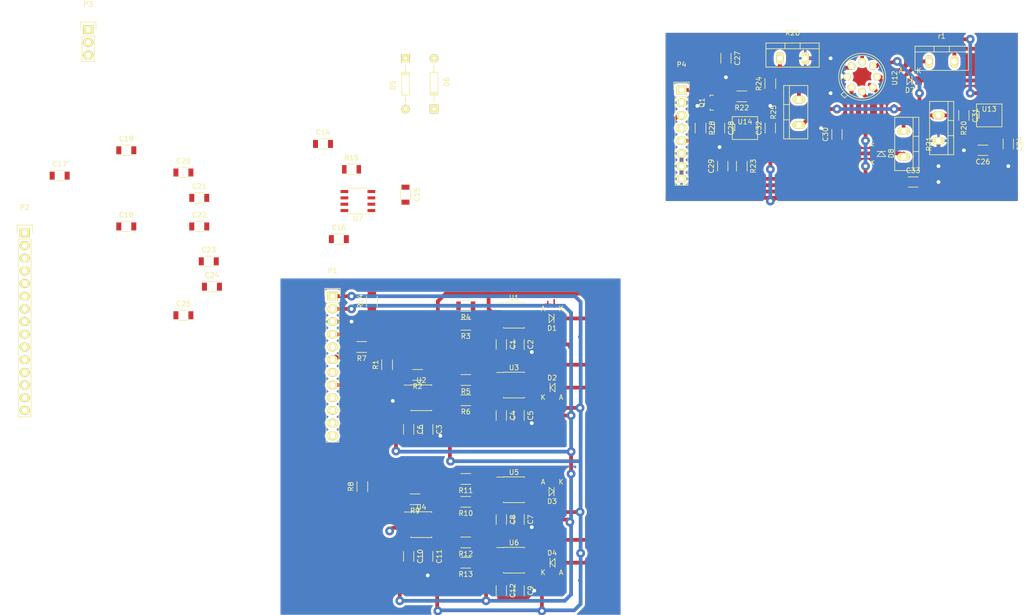
<source format=kicad_pcb>
(kicad_pcb (version 4) (host pcbnew 4.0.4+dfsg1-stable)
  (layers (0 F.Cu signal) (31 B.Cu signal) (34 B.Paste user) (35 F.Paste user) (36 B.SilkS user) (37 F.SilkS user) (38 B.Mask user) (39 F.Mask user) (44 Edge.Cuts user))
  (net 0 "")
  (net 1 +VE)
  (net 2 -VE)
  (net 3 "Net-(D1-Pad2)")
  (net 4 GND)
  (net 5 OUT)
  (net 6 REF)
  (net 7 I-SET)
  (net 8 I-FB)
  (net 9 "Net-(R1-Pad1)")
  (net 10 "Net-(R2-Pad1)")
  (net 11 "Net-(R3-Pad1)")
  (net 12 "Net-(R5-Pad1)")
  (net 13 "Net-(D4-Pad1)")
  (net 14 V-SET)
  (net 15 V-FB)
  (net 16 "Net-(R10-Pad1)")
  (net 17 "Net-(D2-Pad2)")
  (net 18 "Net-(D3-Pad1)")
  (net 19 "Net-(R12-Pad2)")
  (net 20 "Net-(R7-Pad1)")
  (net 21 "Net-(R11-Pad1)")
  (net 22 "Net-(R14-Pad1)")
  (net 23 "Net-(R15-Pad1)")
  (net 24 "Net-(D5-Pad2)")
  (net 25 "Net-(D5-Pad1)")
  (net 26 "Net-(D7-Pad1)")
  (net 27 "Net-(R20-Pad1)")
  (net 28 "Net-(C26-Pad1)")
  (net 29 "Net-(R22-Pad1)")
  (net 30 "Net-(Q1-Pad2)")
  (net 31 "Net-(R23-Pad1)")
  (net 32 "Net-(C29-Pad1)")
  (net 33 "Net-(R24-Pad2)")
  (net 34 "Net-(C29-Pad2)")
  (net 35 "Net-(D8-Pad1)")
  (net 36 "Net-(C30-Pad1)")
  (net 37 GND-H)
  (module Diodes_SMD:MiniMELF_Standard (layer F.Cu) (at 162.052 90.805 180)
    (fp_text reference D1 (at 0 -1.95 180) (layer F.SilkS))
    (fp_text value 1N4148)
    (fp_text user K (at -1.8 1.95 180) (layer F.SilkS))
    (fp_text user A (at 1.8 1.95 180) (layer F.SilkS))
    (pad 1 smd rect (at -1.75006 0 180) (size 1.30048 1.69926) (layers F.Cu F.Paste F.Mask) (net 5 OUT))
    (pad 2 smd rect (at 1.75006 0 180) (size 1.30048 1.69926) (layers F.Cu F.Paste F.Mask) (net 3 "Net-(D1-Pad2)"))
  )
  (module Housings_SOIC:SOIC-8_3.9x4.9mm_Pitch1.27mm (layer F.Cu) (at 154.432 90.17)
    (fp_text reference U1 (at 0 -3.5) (layer F.SilkS))
    (fp_text value LM741)
    (pad 1 smd rect (at -2.7 -1.905) (size 1.55 0.6) (layers F.Cu F.Paste F.Mask))
    (pad 2 smd rect (at -2.7 -0.635) (size 1.55 0.6) (layers F.Cu F.Paste F.Mask) (net 9 "Net-(R1-Pad1)"))
    (pad 3 smd rect (at -2.7 0.635) (size 1.55 0.6) (layers F.Cu F.Paste F.Mask) (net 4 GND))
    (pad 4 smd rect (at -2.7 1.905) (size 1.55 0.6) (layers F.Cu F.Paste F.Mask) (net 2 -VE))
    (pad 5 smd rect (at 2.7 1.905) (size 1.55 0.6) (layers F.Cu F.Paste F.Mask))
    (pad 6 smd rect (at 2.7 0.635) (size 1.55 0.6) (layers F.Cu F.Paste F.Mask) (net 11 "Net-(R3-Pad1)"))
    (pad 7 smd rect (at 2.7 -0.635) (size 1.55 0.6) (layers F.Cu F.Paste F.Mask) (net 1 +VE))
    (pad 8 smd rect (at 2.7 -1.905) (size 1.55 0.6) (layers F.Cu F.Paste F.Mask))
  )
  (module Diodes_SMD:MiniMELF_Standard (layer F.Cu) (at 162.052 104.648)
    (fp_text reference D2 (at 0 -1.95) (layer F.SilkS))
    (fp_text value 1N4148)
    (fp_text user K (at -1.8 1.95) (layer F.SilkS))
    (fp_text user A (at 1.8 1.95) (layer F.SilkS))
    (pad 1 smd rect (at -1.75006 0) (size 1.30048 1.69926) (layers F.Cu F.Paste F.Mask) (net 5 OUT))
    (pad 2 smd rect (at 1.75006 0) (size 1.30048 1.69926) (layers F.Cu F.Paste F.Mask) (net 17 "Net-(D2-Pad2)"))
  )
  (module Pin_Headers:Pin_Header_Straight_1x12 (layer F.Cu) (at 118.11 86.36)
    (fp_text reference P1 (at 0 -5.1) (layer F.SilkS))
    (fp_text value CONN_01X12)
    (pad 1 thru_hole rect (at 0 0) (size 2.032 1.7272) (drill 1.016) (layers *.Cu *.Mask F.SilkS) (net 1 +VE))
    (pad 2 thru_hole oval (at 0 2.54) (size 2.032 1.7272) (drill 1.016) (layers *.Cu *.Mask F.SilkS) (net 2 -VE))
    (pad 3 thru_hole oval (at 0 5.08) (size 2.032 1.7272) (drill 1.016) (layers *.Cu *.Mask F.SilkS) (net 4 GND))
    (pad 4 thru_hole oval (at 0 7.62) (size 2.032 1.7272) (drill 1.016) (layers *.Cu *.Mask F.SilkS) (net 5 OUT))
    (pad 5 thru_hole oval (at 0 10.16) (size 2.032 1.7272) (drill 1.016) (layers *.Cu *.Mask F.SilkS) (net 6 REF))
    (pad 6 thru_hole oval (at 0 12.7) (size 2.032 1.7272) (drill 1.016) (layers *.Cu *.Mask F.SilkS) (net 7 I-SET))
    (pad 7 thru_hole oval (at 0 15.24) (size 2.032 1.7272) (drill 1.016) (layers *.Cu *.Mask F.SilkS) (net 8 I-FB))
    (pad 8 thru_hole oval (at 0 17.78) (size 2.032 1.7272) (drill 1.016) (layers *.Cu *.Mask F.SilkS) (net 14 V-SET))
    (pad 9 thru_hole oval (at 0 20.32) (size 2.032 1.7272) (drill 1.016) (layers *.Cu *.Mask F.SilkS) (net 15 V-FB))
    (pad 10 thru_hole oval (at 0 22.86) (size 2.032 1.7272) (drill 1.016) (layers *.Cu *.Mask F.SilkS))
    (pad 11 thru_hole oval (at 0 25.4) (size 2.032 1.7272) (drill 1.016) (layers *.Cu *.Mask F.SilkS))
    (pad 12 thru_hole oval (at 0 27.94) (size 2.032 1.7272) (drill 1.016) (layers *.Cu *.Mask F.SilkS))
  )
  (module Housings_SOIC:SOIC-8_3.9x4.9mm_Pitch1.27mm (layer F.Cu) (at 135.89 106.68)
    (fp_text reference U2 (at 0 -3.5) (layer F.SilkS))
    (fp_text value LM741)
    (pad 1 smd rect (at -2.7 -1.905) (size 1.55 0.6) (layers F.Cu F.Paste F.Mask))
    (pad 2 smd rect (at -2.7 -0.635) (size 1.55 0.6) (layers F.Cu F.Paste F.Mask) (net 10 "Net-(R2-Pad1)"))
    (pad 3 smd rect (at -2.7 0.635) (size 1.55 0.6) (layers F.Cu F.Paste F.Mask) (net 4 GND))
    (pad 4 smd rect (at -2.7 1.905) (size 1.55 0.6) (layers F.Cu F.Paste F.Mask) (net 2 -VE))
    (pad 5 smd rect (at 2.7 1.905) (size 1.55 0.6) (layers F.Cu F.Paste F.Mask))
    (pad 6 smd rect (at 2.7 0.635) (size 1.55 0.6) (layers F.Cu F.Paste F.Mask) (net 19 "Net-(R12-Pad2)"))
    (pad 7 smd rect (at 2.7 -0.635) (size 1.55 0.6) (layers F.Cu F.Paste F.Mask) (net 1 +VE))
    (pad 8 smd rect (at 2.7 -1.905) (size 1.55 0.6) (layers F.Cu F.Paste F.Mask))
  )
  (module Housings_SOIC:SOIC-8_3.9x4.9mm_Pitch1.27mm (layer F.Cu) (at 154.432 104.14)
    (fp_text reference U3 (at 0 -3.5) (layer F.SilkS))
    (fp_text value LM741)
    (pad 1 smd rect (at -2.7 -1.905) (size 1.55 0.6) (layers F.Cu F.Paste F.Mask))
    (pad 2 smd rect (at -2.7 -0.635) (size 1.55 0.6) (layers F.Cu F.Paste F.Mask) (net 5 OUT))
    (pad 3 smd rect (at -2.7 0.635) (size 1.55 0.6) (layers F.Cu F.Paste F.Mask) (net 12 "Net-(R5-Pad1)"))
    (pad 4 smd rect (at -2.7 1.905) (size 1.55 0.6) (layers F.Cu F.Paste F.Mask) (net 2 -VE))
    (pad 5 smd rect (at 2.7 1.905) (size 1.55 0.6) (layers F.Cu F.Paste F.Mask))
    (pad 6 smd rect (at 2.7 0.635) (size 1.55 0.6) (layers F.Cu F.Paste F.Mask) (net 3 "Net-(D1-Pad2)"))
    (pad 7 smd rect (at 2.7 -0.635) (size 1.55 0.6) (layers F.Cu F.Paste F.Mask) (net 1 +VE))
    (pad 8 smd rect (at 2.7 -1.905) (size 1.55 0.6) (layers F.Cu F.Paste F.Mask))
  )
  (module Diodes_SMD:MiniMELF_Standard (layer F.Cu) (at 162.052 125.476 180)
    (fp_text reference D3 (at 0 -1.95 180) (layer F.SilkS))
    (fp_text value 1N4148)
    (fp_text user K (at -1.8 1.95 180) (layer F.SilkS))
    (fp_text user A (at 1.8 1.95 180) (layer F.SilkS))
    (pad 1 smd rect (at -1.75006 0 180) (size 1.30048 1.69926) (layers F.Cu F.Paste F.Mask) (net 18 "Net-(D3-Pad1)"))
    (pad 2 smd rect (at 1.75006 0 180) (size 1.30048 1.69926) (layers F.Cu F.Paste F.Mask) (net 5 OUT))
  )
  (module Diodes_SMD:MiniMELF_Standard (layer F.Cu) (at 162.052 139.7)
    (fp_text reference D4 (at 0 -1.95) (layer F.SilkS))
    (fp_text value 1N4148)
    (fp_text user K (at -1.8 1.95) (layer F.SilkS))
    (fp_text user A (at 1.8 1.95) (layer F.SilkS))
    (pad 1 smd rect (at -1.75006 0) (size 1.30048 1.69926) (layers F.Cu F.Paste F.Mask) (net 13 "Net-(D4-Pad1)"))
    (pad 2 smd rect (at 1.75006 0) (size 1.30048 1.69926) (layers F.Cu F.Paste F.Mask) (net 5 OUT))
  )
  (module Housings_SOIC:SOIC-8_3.9x4.9mm_Pitch1.27mm (layer F.Cu) (at 135.89 132.08)
    (fp_text reference U4 (at 0 -3.5) (layer F.SilkS))
    (fp_text value LM741)
    (pad 1 smd rect (at -2.7 -1.905) (size 1.55 0.6) (layers F.Cu F.Paste F.Mask))
    (pad 2 smd rect (at -2.7 -0.635) (size 1.55 0.6) (layers F.Cu F.Paste F.Mask) (net 5 OUT))
    (pad 3 smd rect (at -2.7 0.635) (size 1.55 0.6) (layers F.Cu F.Paste F.Mask) (net 16 "Net-(R10-Pad1)"))
    (pad 4 smd rect (at -2.7 1.905) (size 1.55 0.6) (layers F.Cu F.Paste F.Mask) (net 2 -VE))
    (pad 5 smd rect (at 2.7 1.905) (size 1.55 0.6) (layers F.Cu F.Paste F.Mask))
    (pad 6 smd rect (at 2.7 0.635) (size 1.55 0.6) (layers F.Cu F.Paste F.Mask) (net 13 "Net-(D4-Pad1)"))
    (pad 7 smd rect (at 2.7 -0.635) (size 1.55 0.6) (layers F.Cu F.Paste F.Mask) (net 1 +VE))
    (pad 8 smd rect (at 2.7 -1.905) (size 1.55 0.6) (layers F.Cu F.Paste F.Mask))
  )
  (module Housings_SOIC:SOIC-8_3.9x4.9mm_Pitch1.27mm (layer F.Cu) (at 154.432 125.095)
    (fp_text reference U5 (at 0 -3.5) (layer F.SilkS))
    (fp_text value LM741)
    (pad 1 smd rect (at -2.7 -1.905) (size 1.55 0.6) (layers F.Cu F.Paste F.Mask))
    (pad 2 smd rect (at -2.7 -0.635) (size 1.55 0.6) (layers F.Cu F.Paste F.Mask) (net 5 OUT))
    (pad 3 smd rect (at -2.7 0.635) (size 1.55 0.6) (layers F.Cu F.Paste F.Mask) (net 20 "Net-(R7-Pad1)"))
    (pad 4 smd rect (at -2.7 1.905) (size 1.55 0.6) (layers F.Cu F.Paste F.Mask) (net 2 -VE))
    (pad 5 smd rect (at 2.7 1.905) (size 1.55 0.6) (layers F.Cu F.Paste F.Mask))
    (pad 6 smd rect (at 2.7 0.635) (size 1.55 0.6) (layers F.Cu F.Paste F.Mask) (net 17 "Net-(D2-Pad2)"))
    (pad 7 smd rect (at 2.7 -0.635) (size 1.55 0.6) (layers F.Cu F.Paste F.Mask) (net 1 +VE))
    (pad 8 smd rect (at 2.7 -1.905) (size 1.55 0.6) (layers F.Cu F.Paste F.Mask))
  )
  (module Housings_SOIC:SOIC-8_3.9x4.9mm_Pitch1.27mm (layer F.Cu) (at 154.432 139.192)
    (fp_text reference U6 (at 0 -3.5) (layer F.SilkS))
    (fp_text value LM741)
    (pad 1 smd rect (at -2.7 -1.905) (size 1.55 0.6) (layers F.Cu F.Paste F.Mask))
    (pad 2 smd rect (at -2.7 -0.635) (size 1.55 0.6) (layers F.Cu F.Paste F.Mask) (net 5 OUT))
    (pad 3 smd rect (at -2.7 0.635) (size 1.55 0.6) (layers F.Cu F.Paste F.Mask) (net 21 "Net-(R11-Pad1)"))
    (pad 4 smd rect (at -2.7 1.905) (size 1.55 0.6) (layers F.Cu F.Paste F.Mask) (net 2 -VE))
    (pad 5 smd rect (at 2.7 1.905) (size 1.55 0.6) (layers F.Cu F.Paste F.Mask))
    (pad 6 smd rect (at 2.7 0.635) (size 1.55 0.6) (layers F.Cu F.Paste F.Mask) (net 18 "Net-(D3-Pad1)"))
    (pad 7 smd rect (at 2.7 -0.635) (size 1.55 0.6) (layers F.Cu F.Paste F.Mask) (net 1 +VE))
    (pad 8 smd rect (at 2.7 -1.905) (size 1.55 0.6) (layers F.Cu F.Paste F.Mask))
  )
  (module Capacitors_SMD:C_1206 (layer F.Cu) (at 151.892 96.012 270)
    (fp_text reference C1 (at 0 -2.3 270) (layer F.SilkS))
    (fp_text value C)
    (pad 1 smd rect (at -1.5 0 270) (size 1 1.6) (layers F.Cu F.Paste F.Mask) (net 1 +VE))
    (pad 2 smd rect (at 1.5 0 270) (size 1 1.6) (layers F.Cu F.Paste F.Mask) (net 4 GND))
  )
  (module Capacitors_SMD:C_1206 (layer F.Cu) (at 155.448 96.012 270)
    (fp_text reference C2 (at 0 -2.3 270) (layer F.SilkS))
    (fp_text value C)
    (pad 1 smd rect (at -1.5 0 270) (size 1 1.6) (layers F.Cu F.Paste F.Mask) (net 2 -VE))
    (pad 2 smd rect (at 1.5 0 270) (size 1 1.6) (layers F.Cu F.Paste F.Mask) (net 4 GND))
  )
  (module Capacitors_SMD:C_1206 (layer F.Cu) (at 137.16 113.03 270)
    (fp_text reference C3 (at 0 -2.3 270) (layer F.SilkS))
    (fp_text value C)
    (pad 1 smd rect (at -1.5 0 270) (size 1 1.6) (layers F.Cu F.Paste F.Mask) (net 1 +VE))
    (pad 2 smd rect (at 1.5 0 270) (size 1 1.6) (layers F.Cu F.Paste F.Mask) (net 4 GND))
  )
  (module Capacitors_SMD:C_1206 (layer F.Cu) (at 151.892 110.236 270)
    (fp_text reference C4 (at 0 -2.3 270) (layer F.SilkS))
    (fp_text value C)
    (pad 1 smd rect (at -1.5 0 270) (size 1 1.6) (layers F.Cu F.Paste F.Mask) (net 2 -VE))
    (pad 2 smd rect (at 1.5 0 270) (size 1 1.6) (layers F.Cu F.Paste F.Mask) (net 4 GND))
  )
  (module Capacitors_SMD:C_1206 (layer F.Cu) (at 155.448 110.236 270)
    (fp_text reference C5 (at 0 -2.3 270) (layer F.SilkS))
    (fp_text value C)
    (pad 1 smd rect (at -1.5 0 270) (size 1 1.6) (layers F.Cu F.Paste F.Mask) (net 1 +VE))
    (pad 2 smd rect (at 1.5 0 270) (size 1 1.6) (layers F.Cu F.Paste F.Mask) (net 4 GND))
  )
  (module Capacitors_SMD:C_1206 (layer F.Cu) (at 133.35 113.03 270)
    (fp_text reference C6 (at 0 -2.3 270) (layer F.SilkS))
    (fp_text value C)
    (pad 1 smd rect (at -1.5 0 270) (size 1 1.6) (layers F.Cu F.Paste F.Mask) (net 2 -VE))
    (pad 2 smd rect (at 1.5 0 270) (size 1 1.6) (layers F.Cu F.Paste F.Mask) (net 4 GND))
  )
  (module Capacitors_SMD:C_1206 (layer F.Cu) (at 155.448 131.064 270)
    (fp_text reference C7 (at 0 -2.3 270) (layer F.SilkS))
    (fp_text value C)
    (pad 1 smd rect (at -1.5 0 270) (size 1 1.6) (layers F.Cu F.Paste F.Mask) (net 1 +VE))
    (pad 2 smd rect (at 1.5 0 270) (size 1 1.6) (layers F.Cu F.Paste F.Mask) (net 4 GND))
  )
  (module Capacitors_SMD:C_1206 (layer F.Cu) (at 151.892 131.064 270)
    (fp_text reference C8 (at 0 -2.3 270) (layer F.SilkS))
    (fp_text value C)
    (pad 1 smd rect (at -1.5 0 270) (size 1 1.6) (layers F.Cu F.Paste F.Mask) (net 2 -VE))
    (pad 2 smd rect (at 1.5 0 270) (size 1 1.6) (layers F.Cu F.Paste F.Mask) (net 4 GND))
  )
  (module Capacitors_SMD:C_1206 (layer F.Cu) (at 155.448 145.288 270)
    (fp_text reference C9 (at 0 -2.3 270) (layer F.SilkS))
    (fp_text value C)
    (pad 1 smd rect (at -1.5 0 270) (size 1 1.6) (layers F.Cu F.Paste F.Mask) (net 1 +VE))
    (pad 2 smd rect (at 1.5 0 270) (size 1 1.6) (layers F.Cu F.Paste F.Mask) (net 4 GND))
  )
  (module Capacitors_SMD:C_1206 (layer F.Cu) (at 133.35 138.43 270)
    (fp_text reference C10 (at 0 -2.3 270) (layer F.SilkS))
    (fp_text value C)
    (pad 1 smd rect (at -1.5 0 270) (size 1 1.6) (layers F.Cu F.Paste F.Mask) (net 2 -VE))
    (pad 2 smd rect (at 1.5 0 270) (size 1 1.6) (layers F.Cu F.Paste F.Mask) (net 4 GND))
  )
  (module Capacitors_SMD:C_1206 (layer F.Cu) (at 137.16 138.43 270)
    (fp_text reference C11 (at 0 -2.3 270) (layer F.SilkS))
    (fp_text value C)
    (pad 1 smd rect (at -1.5 0 270) (size 1 1.6) (layers F.Cu F.Paste F.Mask) (net 1 +VE))
    (pad 2 smd rect (at 1.5 0 270) (size 1 1.6) (layers F.Cu F.Paste F.Mask) (net 4 GND))
  )
  (module Capacitors_SMD:C_1206 (layer F.Cu) (at 151.892 145.288 270)
    (fp_text reference C12 (at 0 -2.3 270) (layer F.SilkS))
    (fp_text value C)
    (pad 1 smd rect (at -1.5 0 270) (size 1 1.6) (layers F.Cu F.Paste F.Mask) (net 2 -VE))
    (pad 2 smd rect (at 1.5 0 270) (size 1 1.6) (layers F.Cu F.Paste F.Mask) (net 4 GND))
  )
  (module Resistors_SMD:R_1206 (layer F.Cu) (at 129.032 100.076 90)
    (fp_text reference R1 (at 0 -2.3 90) (layer F.SilkS))
    (fp_text value R)
    (pad 1 smd rect (at -1.45 0 90) (size 0.9 1.7) (layers F.Cu F.Paste F.Mask) (net 9 "Net-(R1-Pad1)"))
    (pad 2 smd rect (at 1.45 0 90) (size 0.9 1.7) (layers F.Cu F.Paste F.Mask) (net 7 I-SET))
  )
  (module Resistors_SMD:R_1206 (layer F.Cu) (at 135.128 102.108 180)
    (fp_text reference R2 (at 0 -2.3 180) (layer F.SilkS))
    (fp_text value R)
    (pad 1 smd rect (at -1.45 0 180) (size 0.9 1.7) (layers F.Cu F.Paste F.Mask) (net 10 "Net-(R2-Pad1)"))
    (pad 2 smd rect (at 1.45 0 180) (size 0.9 1.7) (layers F.Cu F.Paste F.Mask) (net 14 V-SET))
  )
  (module Resistors_SMD:R_1206 (layer F.Cu) (at 144.78 92.075 180)
    (fp_text reference R3 (at 0 -2.3 180) (layer F.SilkS))
    (fp_text value R)
    (pad 1 smd rect (at -1.45 0 180) (size 0.9 1.7) (layers F.Cu F.Paste F.Mask) (net 11 "Net-(R3-Pad1)"))
    (pad 2 smd rect (at 1.45 0 180) (size 0.9 1.7) (layers F.Cu F.Paste F.Mask) (net 9 "Net-(R1-Pad1)"))
  )
  (module Resistors_SMD:R_1206 (layer F.Cu) (at 144.78 88.265 180)
    (fp_text reference R4 (at 0 -2.3 180) (layer F.SilkS))
    (fp_text value R)
    (pad 1 smd rect (at -1.45 0 180) (size 0.9 1.7) (layers F.Cu F.Paste F.Mask) (net 19 "Net-(R12-Pad2)"))
    (pad 2 smd rect (at 1.45 0 180) (size 0.9 1.7) (layers F.Cu F.Paste F.Mask) (net 10 "Net-(R2-Pad1)"))
  )
  (module Resistors_SMD:R_1206 (layer F.Cu) (at 144.78 103.124 180)
    (fp_text reference R5 (at 0 -2.3 180) (layer F.SilkS))
    (fp_text value R)
    (pad 1 smd rect (at -1.45 0 180) (size 0.9 1.7) (layers F.Cu F.Paste F.Mask) (net 12 "Net-(R5-Pad1)"))
    (pad 2 smd rect (at 1.45 0 180) (size 0.9 1.7) (layers F.Cu F.Paste F.Mask) (net 8 I-FB))
  )
  (module Resistors_SMD:R_1206 (layer F.Cu) (at 144.78 107.188 180)
    (fp_text reference R6 (at 0 -2.3 180) (layer F.SilkS))
    (fp_text value R)
    (pad 1 smd rect (at -1.45 0 180) (size 0.9 1.7) (layers F.Cu F.Paste F.Mask) (net 12 "Net-(R5-Pad1)"))
    (pad 2 smd rect (at 1.45 0 180) (size 0.9 1.7) (layers F.Cu F.Paste F.Mask) (net 7 I-SET))
  )
  (module Resistors_SMD:R_1206 (layer F.Cu) (at 123.952 96.52 180)
    (fp_text reference R7 (at 0 -2.3 180) (layer F.SilkS))
    (fp_text value R)
    (pad 1 smd rect (at -1.45 0 180) (size 0.9 1.7) (layers F.Cu F.Paste F.Mask) (net 20 "Net-(R7-Pad1)"))
    (pad 2 smd rect (at 1.45 0 180) (size 0.9 1.7) (layers F.Cu F.Paste F.Mask) (net 15 V-FB))
  )
  (module Resistors_SMD:R_1206 (layer F.Cu) (at 124.079 124.46 90)
    (fp_text reference R8 (at 0 -2.3 90) (layer F.SilkS))
    (fp_text value R)
    (pad 1 smd rect (at -1.45 0 90) (size 0.9 1.7) (layers F.Cu F.Paste F.Mask) (net 20 "Net-(R7-Pad1)"))
    (pad 2 smd rect (at 1.45 0 90) (size 0.9 1.7) (layers F.Cu F.Paste F.Mask) (net 14 V-SET))
  )
  (module Resistors_SMD:R_1206 (layer F.Cu) (at 134.62 127 180)
    (fp_text reference R9 (at 0 -2.3 180) (layer F.SilkS))
    (fp_text value R)
    (pad 1 smd rect (at -1.45 0 180) (size 0.9 1.7) (layers F.Cu F.Paste F.Mask) (net 16 "Net-(R10-Pad1)"))
    (pad 2 smd rect (at 1.45 0 180) (size 0.9 1.7) (layers F.Cu F.Paste F.Mask) (net 11 "Net-(R3-Pad1)"))
  )
  (module Resistors_SMD:R_1206 (layer F.Cu) (at 144.78 127.508 180)
    (fp_text reference R10 (at 0 -2.3 180) (layer F.SilkS))
    (fp_text value R)
    (pad 1 smd rect (at -1.45 0 180) (size 0.9 1.7) (layers F.Cu F.Paste F.Mask) (net 16 "Net-(R10-Pad1)"))
    (pad 2 smd rect (at 1.45 0 180) (size 0.9 1.7) (layers F.Cu F.Paste F.Mask) (net 8 I-FB))
  )
  (module Resistors_SMD:R_1206 (layer F.Cu) (at 144.78 122.936 180)
    (fp_text reference R11 (at 0 -2.3 180) (layer F.SilkS))
    (fp_text value R)
    (pad 1 smd rect (at -1.45 0 180) (size 0.9 1.7) (layers F.Cu F.Paste F.Mask) (net 21 "Net-(R11-Pad1)"))
    (pad 2 smd rect (at 1.45 0 180) (size 0.9 1.7) (layers F.Cu F.Paste F.Mask) (net 15 V-FB))
  )
  (module Resistors_SMD:R_1206 (layer F.Cu) (at 144.78 135.636 180)
    (fp_text reference R12 (at 0 -2.3 180) (layer F.SilkS))
    (fp_text value R)
    (pad 1 smd rect (at -1.45 0 180) (size 0.9 1.7) (layers F.Cu F.Paste F.Mask) (net 21 "Net-(R11-Pad1)"))
    (pad 2 smd rect (at 1.45 0 180) (size 0.9 1.7) (layers F.Cu F.Paste F.Mask) (net 19 "Net-(R12-Pad2)"))
  )
  (module Resistors_SMD:R_1206 (layer F.Cu) (at 144.78 139.7 180)
    (fp_text reference R13 (at 0 -2.3 180) (layer F.SilkS))
    (fp_text value R)
    (pad 1 smd rect (at -1.45 0 180) (size 0.9 1.7) (layers F.Cu F.Paste F.Mask) (net 5 OUT))
    (pad 2 smd rect (at 1.45 0 180) (size 0.9 1.7) (layers F.Cu F.Paste F.Mask) (net 6 REF))
  )
  (module Resistors_SMD:R_1206 (layer F.Cu) (at 125.984 87.376 90)
    (fp_text reference R14 (at 0 -2.3 90) (layer F.SilkS))
    (fp_text value R)
    (pad 1 smd rect (at -1.45 0 90) (size 0.9 1.7) (layers F.Cu F.Paste F.Mask) (net 22 "Net-(R14-Pad1)"))
    (pad 2 smd rect (at 1.45 0 90) (size 0.9 1.7) (layers F.Cu F.Paste F.Mask) (net 6 REF))
  )
  (module Capacitors_SMD:C_1206 (layer F.Cu) (at 116.205 55.88)
    (fp_text reference C14 (at 0 -2.3) (layer F.SilkS))
    (fp_text value C)
    (pad 1 smd rect (at -1.5 0) (size 1 1.6) (layers F.Cu F.Paste F.Mask) (net 1 +VE))
    (pad 2 smd rect (at 1.5 0) (size 1 1.6) (layers F.Cu F.Paste F.Mask) (net 4 GND))
  )
  (module Capacitors_SMD:C_1206 (layer F.Cu) (at 132.715 66.04 270)
    (fp_text reference C15 (at 0 -2.3 270) (layer F.SilkS))
    (fp_text value C)
    (pad 1 smd rect (at -1.5 0 270) (size 1 1.6) (layers F.Cu F.Paste F.Mask) (net 2 -VE))
    (pad 2 smd rect (at 1.5 0 270) (size 1 1.6) (layers F.Cu F.Paste F.Mask) (net 4 GND))
  )
  (module Capacitors_SMD:C_1206 (layer F.Cu) (at 119.38 74.93)
    (fp_text reference C16 (at 0 -2.3) (layer F.SilkS))
    (fp_text value C)
    (pad 1 smd rect (at -1.5 0) (size 1 1.6) (layers F.Cu F.Paste F.Mask) (net 1 +VE))
    (pad 2 smd rect (at 1.5 0) (size 1 1.6) (layers F.Cu F.Paste F.Mask) (net 4 GND))
  )
  (module Capacitors_SMD:C_1206 (layer F.Cu) (at 63.5 62.23)
    (fp_text reference C17 (at 0 -2.3) (layer F.SilkS))
    (fp_text value C)
    (pad 1 smd rect (at -1.5 0) (size 1 1.6) (layers F.Cu F.Paste F.Mask) (net 2 -VE))
    (pad 2 smd rect (at 1.5 0) (size 1 1.6) (layers F.Cu F.Paste F.Mask) (net 4 GND))
  )
  (module Capacitors_SMD:C_1206 (layer F.Cu) (at 76.835 72.39)
    (fp_text reference C18 (at 0 -2.3) (layer F.SilkS))
    (fp_text value C)
    (pad 1 smd rect (at -1.5 0) (size 1 1.6) (layers F.Cu F.Paste F.Mask) (net 1 +VE))
    (pad 2 smd rect (at 1.5 0) (size 1 1.6) (layers F.Cu F.Paste F.Mask) (net 4 GND))
  )
  (module Capacitors_SMD:C_1206 (layer F.Cu) (at 76.835 57.15)
    (fp_text reference C19 (at 0 -2.3) (layer F.SilkS))
    (fp_text value C)
    (pad 1 smd rect (at -1.5 0) (size 1 1.6) (layers F.Cu F.Paste F.Mask) (net 2 -VE))
    (pad 2 smd rect (at 1.5 0) (size 1 1.6) (layers F.Cu F.Paste F.Mask) (net 4 GND))
  )
  (module Capacitors_SMD:C_1206 (layer F.Cu) (at 88.265 61.595)
    (fp_text reference C20 (at 0 -2.3) (layer F.SilkS))
    (fp_text value C)
    (pad 1 smd rect (at -1.5 0) (size 1 1.6) (layers F.Cu F.Paste F.Mask) (net 1 +VE))
    (pad 2 smd rect (at 1.5 0) (size 1 1.6) (layers F.Cu F.Paste F.Mask) (net 4 GND))
  )
  (module Capacitors_SMD:C_1206 (layer F.Cu) (at 91.44 66.675)
    (fp_text reference C21 (at 0 -2.3) (layer F.SilkS))
    (fp_text value C)
    (pad 1 smd rect (at -1.5 0) (size 1 1.6) (layers F.Cu F.Paste F.Mask) (net 2 -VE))
    (pad 2 smd rect (at 1.5 0) (size 1 1.6) (layers F.Cu F.Paste F.Mask) (net 4 GND))
  )
  (module Capacitors_SMD:C_1206 (layer F.Cu) (at 91.44 72.39)
    (fp_text reference C22 (at 0 -2.3) (layer F.SilkS))
    (fp_text value C)
    (pad 1 smd rect (at -1.5 0) (size 1 1.6) (layers F.Cu F.Paste F.Mask) (net 1 +VE))
    (pad 2 smd rect (at 1.5 0) (size 1 1.6) (layers F.Cu F.Paste F.Mask) (net 4 GND))
  )
  (module Capacitors_SMD:C_1206 (layer F.Cu) (at 93.345 79.375)
    (fp_text reference C23 (at 0 -2.3) (layer F.SilkS))
    (fp_text value C)
    (pad 1 smd rect (at -1.5 0) (size 1 1.6) (layers F.Cu F.Paste F.Mask) (net 2 -VE))
    (pad 2 smd rect (at 1.5 0) (size 1 1.6) (layers F.Cu F.Paste F.Mask) (net 4 GND))
  )
  (module Capacitors_SMD:C_1206 (layer F.Cu) (at 93.98 84.455)
    (fp_text reference C24 (at 0 -2.3) (layer F.SilkS))
    (fp_text value C)
    (pad 1 smd rect (at -1.5 0) (size 1 1.6) (layers F.Cu F.Paste F.Mask) (net 1 +VE))
    (pad 2 smd rect (at 1.5 0) (size 1 1.6) (layers F.Cu F.Paste F.Mask) (net 4 GND))
  )
  (module Capacitors_SMD:C_1206 (layer F.Cu) (at 88.265 90.17)
    (fp_text reference C25 (at 0 -2.3) (layer F.SilkS))
    (fp_text value C)
    (pad 1 smd rect (at -1.5 0) (size 1 1.6) (layers F.Cu F.Paste F.Mask) (net 2 -VE))
    (pad 2 smd rect (at 1.5 0) (size 1 1.6) (layers F.Cu F.Paste F.Mask) (net 4 GND))
  )
  (module Resistors_SMD:R_1206 (layer F.Cu) (at 121.92 60.96)
    (fp_text reference R15 (at 0 -2.3) (layer F.SilkS))
    (fp_text value R)
    (pad 1 smd rect (at -1.45 0) (size 0.9 1.7) (layers F.Cu F.Paste F.Mask) (net 23 "Net-(R15-Pad1)"))
    (pad 2 smd rect (at 1.45 0) (size 0.9 1.7) (layers F.Cu F.Paste F.Mask) (net 22 "Net-(R14-Pad1)"))
  )
  (module Housings_SOIC:SOIC-8_3.9x4.9mm_Pitch1.27mm (layer F.Cu) (at 123.19 67.31 180)
    (fp_text reference U7 (at 0 -3.5 180) (layer F.SilkS))
    (fp_text value LM741)
    (pad 1 smd rect (at -2.7 -1.905 180) (size 1.55 0.6) (layers F.Cu F.Paste F.Mask))
    (pad 2 smd rect (at -2.7 -0.635 180) (size 1.55 0.6) (layers F.Cu F.Paste F.Mask) (net 22 "Net-(R14-Pad1)"))
    (pad 3 smd rect (at -2.7 0.635 180) (size 1.55 0.6) (layers F.Cu F.Paste F.Mask) (net 4 GND))
    (pad 4 smd rect (at -2.7 1.905 180) (size 1.55 0.6) (layers F.Cu F.Paste F.Mask) (net 2 -VE))
    (pad 5 smd rect (at 2.7 1.905 180) (size 1.55 0.6) (layers F.Cu F.Paste F.Mask))
    (pad 6 smd rect (at 2.7 0.635 180) (size 1.55 0.6) (layers F.Cu F.Paste F.Mask) (net 23 "Net-(R15-Pad1)"))
    (pad 7 smd rect (at 2.7 -0.635 180) (size 1.55 0.6) (layers F.Cu F.Paste F.Mask) (net 1 +VE))
    (pad 8 smd rect (at 2.7 -1.905 180) (size 1.55 0.6) (layers F.Cu F.Paste F.Mask))
  )
  (module Capacitors_SMD:C_1206 (layer F.Cu) (at 196.85 38.735 270)
    (fp_text reference C27 (at 0 -2.3 270) (layer F.SilkS))
    (fp_text value 10uF)
    (pad 1 smd rect (at -1.5 0 270) (size 1 1.6) (layers F.Cu F.Paste F.Mask) (net 1 +VE))
    (pad 2 smd rect (at 1.5 0 270) (size 1 1.6) (layers F.Cu F.Paste F.Mask) (net 4 GND))
  )
  (module Capacitors_SMD:C_1206 (layer F.Cu) (at 195.58 52.705 270)
    (fp_text reference C28 (at 0 -2.3 270) (layer F.SilkS))
    (fp_text value 0.1uF)
    (pad 1 smd rect (at -1.5 0 270) (size 1 1.6) (layers F.Cu F.Paste F.Mask) (net 1 +VE))
    (pad 2 smd rect (at 1.5 0 270) (size 1 1.6) (layers F.Cu F.Paste F.Mask) (net 4 GND))
  )
  (module Capacitors_SMD:C_1206 (layer F.Cu) (at 234.315 63.5)
    (fp_text reference C33 (at 0 -2.3) (layer F.SilkS))
    (fp_text value 10uF)
    (pad 1 smd rect (at -1.5 0) (size 1 1.6) (layers F.Cu F.Paste F.Mask) (net 2 -VE))
    (pad 2 smd rect (at 1.5 0) (size 1 1.6) (layers F.Cu F.Paste F.Mask) (net 4 GND))
  )
  (module Capacitors_SMD:C_1206 (layer F.Cu) (at 253.365 55.88 270)
    (fp_text reference C34 (at 0 -2.3 270) (layer F.SilkS))
    (fp_text value 0.1uF)
    (pad 1 smd rect (at -1.5 0 270) (size 1 1.6) (layers F.Cu F.Paste F.Mask) (net 2 -VE))
    (pad 2 smd rect (at 1.5 0 270) (size 1 1.6) (layers F.Cu F.Paste F.Mask) (net 4 GND))
  )
  (module Diodes_ThroughHole:Diode_DO-35_SOD27_Horizontal_RM10 (layer F.Cu) (at 132.715 38.735 270)
    (fp_text reference D5 (at 5.43052 2.53746 270) (layer F.SilkS))
    (fp_text value 1N4148)
    (pad 2 thru_hole circle (at 10.16052 -0.00254 90) (size 1.69926 1.69926) (drill 0.70104) (layers *.Cu *.Mask F.SilkS) (net 24 "Net-(D5-Pad2)"))
    (pad 1 thru_hole rect (at 0.00052 -0.00254 90) (size 1.69926 1.69926) (drill 0.70104) (layers *.Cu *.Mask F.SilkS) (net 25 "Net-(D5-Pad1)"))
  )
  (module Diodes_ThroughHole:Diode_DO-35_SOD27_Horizontal_RM10 (layer F.Cu) (at 138.43 48.895 90)
    (fp_text reference D6 (at 5.43052 2.53746 90) (layer F.SilkS))
    (fp_text value 1N4148)
    (pad 2 thru_hole circle (at 10.16052 -0.00254 270) (size 1.69926 1.69926) (drill 0.70104) (layers *.Cu *.Mask F.SilkS) (net 25 "Net-(D5-Pad1)"))
    (pad 1 thru_hole rect (at 0.00052 -0.00254 270) (size 1.69926 1.69926) (drill 0.70104) (layers *.Cu *.Mask F.SilkS) (net 24 "Net-(D5-Pad2)"))
  )
  (module Pin_Headers:Pin_Header_Straight_1x15 (layer F.Cu) (at 56.515 73.66)
    (fp_text reference P2 (at 0 -5.1) (layer F.SilkS))
    (fp_text value CONN_01X15)
    (pad 1 thru_hole rect (at 0 0) (size 2.032 1.7272) (drill 1.016) (layers *.Cu *.Mask F.SilkS) (net 1 +VE))
    (pad 2 thru_hole oval (at 0 2.54) (size 2.032 1.7272) (drill 1.016) (layers *.Cu *.Mask F.SilkS) (net 4 GND))
    (pad 3 thru_hole oval (at 0 5.08) (size 2.032 1.7272) (drill 1.016) (layers *.Cu *.Mask F.SilkS) (net 2 -VE))
    (pad 4 thru_hole oval (at 0 7.62) (size 2.032 1.7272) (drill 1.016) (layers *.Cu *.Mask F.SilkS) (net 4 GND))
    (pad 5 thru_hole oval (at 0 10.16) (size 2.032 1.7272) (drill 1.016) (layers *.Cu *.Mask F.SilkS) (net 6 REF))
    (pad 6 thru_hole oval (at 0 12.7) (size 2.032 1.7272) (drill 1.016) (layers *.Cu *.Mask F.SilkS))
    (pad 7 thru_hole oval (at 0 15.24) (size 2.032 1.7272) (drill 1.016) (layers *.Cu *.Mask F.SilkS) (net 4 GND))
    (pad 8 thru_hole oval (at 0 17.78) (size 2.032 1.7272) (drill 1.016) (layers *.Cu *.Mask F.SilkS))
    (pad 9 thru_hole oval (at 0 20.32) (size 2.032 1.7272) (drill 1.016) (layers *.Cu *.Mask F.SilkS))
    (pad 10 thru_hole oval (at 0 22.86) (size 2.032 1.7272) (drill 1.016) (layers *.Cu *.Mask F.SilkS))
    (pad 11 thru_hole oval (at 0 25.4) (size 2.032 1.7272) (drill 1.016) (layers *.Cu *.Mask F.SilkS))
    (pad 12 thru_hole oval (at 0 27.94) (size 2.032 1.7272) (drill 1.016) (layers *.Cu *.Mask F.SilkS))
    (pad 13 thru_hole oval (at 0 30.48) (size 2.032 1.7272) (drill 1.016) (layers *.Cu *.Mask F.SilkS))
    (pad 14 thru_hole oval (at 0 33.02) (size 2.032 1.7272) (drill 1.016) (layers *.Cu *.Mask F.SilkS) (net 4 GND))
    (pad 15 thru_hole oval (at 0 35.56) (size 2.032 1.7272) (drill 1.016) (layers *.Cu *.Mask F.SilkS) (net 4 GND))
  )
  (module Pin_Headers:Pin_Header_Straight_1x03 (layer F.Cu) (at 69.215 33.02)
    (fp_text reference P3 (at 0 -5.1) (layer F.SilkS))
    (fp_text value CONN_01X03)
    (pad 1 thru_hole rect (at 0 0) (size 2.032 1.7272) (drill 1.016) (layers *.Cu *.Mask F.SilkS))
    (pad 2 thru_hole oval (at 0 2.54) (size 2.032 1.7272) (drill 1.016) (layers *.Cu *.Mask F.SilkS))
    (pad 3 thru_hole oval (at 0 5.08) (size 2.032 1.7272) (drill 1.016) (layers *.Cu *.Mask F.SilkS) (net 24 "Net-(D5-Pad2)"))
  )
  (module SMD_Packages:SOIC-8-N (layer F.Cu) (at 249.555 50.165)
    (fp_text reference U13 (at 0 -1.27) (layer F.SilkS))
    (fp_text value LM741)
    (pad 8 smd rect (at -1.905 -3.175) (size 0.508 1.143) (layers F.Cu F.Paste F.Mask))
    (pad 7 smd rect (at -0.635 -3.175) (size 0.508 1.143) (layers F.Cu F.Paste F.Mask) (net 1 +VE))
    (pad 6 smd rect (at 0.635 -3.175) (size 0.508 1.143) (layers F.Cu F.Paste F.Mask) (net 26 "Net-(D7-Pad1)"))
    (pad 5 smd rect (at 1.905 -3.175) (size 0.508 1.143) (layers F.Cu F.Paste F.Mask))
    (pad 4 smd rect (at 1.905 3.175) (size 0.508 1.143) (layers F.Cu F.Paste F.Mask) (net 2 -VE))
    (pad 3 smd rect (at 0.635 3.175) (size 0.508 1.143) (layers F.Cu F.Paste F.Mask) (net 28 "Net-(C26-Pad1)"))
    (pad 2 smd rect (at -0.635 3.175) (size 0.508 1.143) (layers F.Cu F.Paste F.Mask) (net 27 "Net-(R20-Pad1)"))
    (pad 1 smd rect (at -1.905 3.175) (size 0.508 1.143) (layers F.Cu F.Paste F.Mask))
  )
  (module Capacitors_SMD:C_1206 (layer F.Cu) (at 248.285 57.15 180)
    (fp_text reference C26 (at 0 -2.3 180) (layer F.SilkS))
    (fp_text value 22nF)
    (pad 1 smd rect (at -1.5 0 180) (size 1 1.6) (layers F.Cu F.Paste F.Mask) (net 28 "Net-(C26-Pad1)"))
    (pad 2 smd rect (at 1.5 0 180) (size 1 1.6) (layers F.Cu F.Paste F.Mask) (net 4 GND))
  )
  (module Diodes_SMD:MiniMELF_Standard (layer F.Cu) (at 233.68 43.18 180)
    (fp_text reference D7 (at 0 -1.95 180) (layer F.SilkS))
    (fp_text value 1N4148)
    (fp_text user K (at -1.8 1.95 180) (layer F.SilkS))
    (fp_text user A (at 1.8 1.95 180) (layer F.SilkS))
    (pad 1 smd rect (at -1.75006 0 180) (size 1.30048 1.69926) (layers F.Cu F.Paste F.Mask) (net 26 "Net-(D7-Pad1)"))
    (pad 2 smd rect (at 1.75006 0 180) (size 1.30048 1.69926) (layers F.Cu F.Paste F.Mask) (net 6 REF))
  )
  (module footprint:TO-5_Housing_8Pin (layer F.Cu) (at 224.155 42.545 270)
    (fp_text reference U12 (at 0.15 -6.475 270) (layer F.SilkS))
    (fp_text value LTZ1000)
    (pad 7 thru_hole circle (at -0.1125 3.0375) (size 1.524 1.524) (drill 0.85) (layers *.Cu *.Mask F.SilkS) (net 4 GND))
    (pad 3 thru_hole circle (at -0.1125 -2.9625) (size 1.524 1.524) (drill 0.85) (layers *.Cu *.Mask F.SilkS) (net 6 REF))
    (pad 5 thru_hole circle (at -3.1125 0.0375) (size 1.524 1.524) (drill 0.85) (layers *.Cu *.Mask F.SilkS) (net 28 "Net-(C26-Pad1)"))
    (pad 1 thru_hole circle (at 2.8875 0.0375) (size 1.524 1.524) (drill 0.85) (layers *.Cu *.Mask F.SilkS) (net 34 "Net-(C29-Pad2)"))
    (pad 2 thru_hole circle (at 2.0125 -2.0875) (size 1.524 1.524) (drill 0.85) (layers *.Cu *.Mask F.SilkS) (net 35 "Net-(D8-Pad1)"))
    (pad 6 thru_hole circle (at -2.2375 2.1625) (size 1.524 1.524) (drill 0.85) (layers *.Cu *.Mask F.SilkS) (net 33 "Net-(R24-Pad2)"))
    (pad 4 thru_hole circle (at -2.2375 -2.0875) (size 1.524 1.524) (drill 0.85) (layers *.Cu *.Mask F.SilkS) (net 27 "Net-(R20-Pad1)"))
    (pad 8 thru_hole circle (at 2.0125 2.1625) (size 1.524 1.524) (drill 0.85) (layers *.Cu *.Mask F.SilkS) (net 36 "Net-(C30-Pad1)"))
  )
  (module Resistors_ThroughHole:Resistor_TO-220_Vertical (layer F.Cu) (at 239.395 52.705 270)
    (fp_text reference R20 (at 0 -5.08 270) (layer F.SilkS))
    (fp_text value 120)
    (pad 1 thru_hole oval (at -2.54 0) (size 2.49936 1.50114) (drill 1.00076) (layers *.Cu *.Mask F.SilkS) (net 27 "Net-(R20-Pad1)"))
    (pad 2 thru_hole oval (at 2.54 0) (size 2.49936 1.50114) (drill 1.00076) (layers *.Cu *.Mask F.SilkS) (net 4 GND))
  )
  (module Resistors_SMD:R_1206 (layer F.Cu) (at 200.025 46.355 180)
    (fp_text reference R22 (at 0 -2.3 180) (layer F.SilkS))
    (fp_text value 1k)
    (pad 1 smd rect (at -1.45 0 180) (size 0.9 1.7) (layers F.Cu F.Paste F.Mask) (net 29 "Net-(R22-Pad1)"))
    (pad 2 smd rect (at 1.45 0 180) (size 0.9 1.7) (layers F.Cu F.Paste F.Mask) (net 30 "Net-(Q1-Pad2)"))
  )
  (module Resistors_SMD:R_1206 (layer F.Cu) (at 200.025 60.325 270)
    (fp_text reference R23 (at 0 -2.3 270) (layer F.SilkS))
    (fp_text value 1M)
    (pad 1 smd rect (at -1.45 0 270) (size 0.9 1.7) (layers F.Cu F.Paste F.Mask) (net 31 "Net-(R23-Pad1)"))
    (pad 2 smd rect (at 1.45 0 270) (size 0.9 1.7) (layers F.Cu F.Paste F.Mask) (net 32 "Net-(C29-Pad1)"))
  )
  (module Resistors_SMD:R_1206 (layer F.Cu) (at 205.74 43.815 90)
    (fp_text reference R24 (at 0 -2.3 90) (layer F.SilkS))
    (fp_text value 10k)
    (pad 1 smd rect (at -1.45 0 90) (size 0.9 1.7) (layers F.Cu F.Paste F.Mask) (net 31 "Net-(R23-Pad1)"))
    (pad 2 smd rect (at 1.45 0 90) (size 0.9 1.7) (layers F.Cu F.Paste F.Mask) (net 33 "Net-(R24-Pad2)"))
  )
  (module SMD_Packages:SOIC-8-N (layer F.Cu) (at 200.66 52.705)
    (fp_text reference U14 (at 0 -1.27) (layer F.SilkS))
    (fp_text value LM741)
    (pad 8 smd rect (at -1.905 -3.175) (size 0.508 1.143) (layers F.Cu F.Paste F.Mask))
    (pad 7 smd rect (at -0.635 -3.175) (size 0.508 1.143) (layers F.Cu F.Paste F.Mask) (net 1 +VE))
    (pad 6 smd rect (at 0.635 -3.175) (size 0.508 1.143) (layers F.Cu F.Paste F.Mask) (net 29 "Net-(R22-Pad1)"))
    (pad 5 smd rect (at 1.905 -3.175) (size 0.508 1.143) (layers F.Cu F.Paste F.Mask))
    (pad 4 smd rect (at 1.905 3.175) (size 0.508 1.143) (layers F.Cu F.Paste F.Mask) (net 2 -VE))
    (pad 3 smd rect (at 0.635 3.175) (size 0.508 1.143) (layers F.Cu F.Paste F.Mask) (net 36 "Net-(C30-Pad1)"))
    (pad 2 smd rect (at -0.635 3.175) (size 0.508 1.143) (layers F.Cu F.Paste F.Mask) (net 31 "Net-(R23-Pad1)"))
    (pad 1 smd rect (at -1.905 3.175) (size 0.508 1.143) (layers F.Cu F.Paste F.Mask))
  )
  (module Diodes_SMD:MiniMELF_Standard (layer F.Cu) (at 227.965 57.785 270)
    (fp_text reference D8 (at 0 -1.95 270) (layer F.SilkS))
    (fp_text value 1N4148)
    (fp_text user K (at -1.8 1.95 270) (layer F.SilkS))
    (fp_text user A (at 1.8 1.95 270) (layer F.SilkS))
    (pad 1 smd rect (at -1.75006 0 270) (size 1.30048 1.69926) (layers F.Cu F.Paste F.Mask) (net 35 "Net-(D8-Pad1)"))
    (pad 2 smd rect (at 1.75006 0 270) (size 1.30048 1.69926) (layers F.Cu F.Paste F.Mask) (net 37 GND-H))
  )
  (module TO_SOT_Packages_SMD:SOT-23 (layer F.Cu) (at 194.31 47.625 90)
    (fp_text reference Q1 (at 0 -2.25 90) (layer F.SilkS))
    (fp_text value 2N3904)
    (pad 1 smd rect (at -0.95 1.00076 90) (size 0.8001 0.8001) (layers F.Cu F.Paste F.Mask) (net 34 "Net-(C29-Pad2)"))
    (pad 2 smd rect (at 0.95 1.00076 90) (size 0.8001 0.8001) (layers F.Cu F.Paste F.Mask) (net 30 "Net-(Q1-Pad2)"))
    (pad 3 smd rect (at 0 -0.99822 90) (size 0.8001 0.8001) (layers F.Cu F.Paste F.Mask) (net 1 +VE))
  )
  (module Capacitors_SMD:C_1206 (layer F.Cu) (at 196.215 60.325 90)
    (fp_text reference C29 (at 0 -2.3 90) (layer F.SilkS))
    (fp_text value 0.1uF)
    (pad 1 smd rect (at -1.5 0 90) (size 1 1.6) (layers F.Cu F.Paste F.Mask) (net 32 "Net-(C29-Pad1)"))
    (pad 2 smd rect (at 1.5 0 90) (size 1 1.6) (layers F.Cu F.Paste F.Mask) (net 34 "Net-(C29-Pad2)"))
  )
  (module Capacitors_SMD:C_1206 (layer F.Cu) (at 219.075 53.975 90)
    (fp_text reference C30 (at 0 -2.3 90) (layer F.SilkS))
    (fp_text value 0.1uF)
    (pad 1 smd rect (at -1.5 0 90) (size 1 1.6) (layers F.Cu F.Paste F.Mask) (net 36 "Net-(C30-Pad1)"))
    (pad 2 smd rect (at 1.5 0 90) (size 1 1.6) (layers F.Cu F.Paste F.Mask) (net 4 GND))
  )
  (module Resistors_ThroughHole:Resistor_TO-220_Vertical (layer F.Cu) (at 240.03 39.37)
    (fp_text reference r1 (at 0 -5.08) (layer F.SilkS))
    (fp_text value 70k)
    (pad 1 thru_hole oval (at -2.54 0 90) (size 2.49936 1.50114) (drill 1.00076) (layers *.Cu *.Mask F.SilkS) (net 6 REF))
    (pad 2 thru_hole oval (at 2.54 0 90) (size 2.49936 1.50114) (drill 1.00076) (layers *.Cu *.Mask F.SilkS) (net 28 "Net-(C26-Pad1)"))
  )
  (module Resistors_ThroughHole:Resistor_TO-220_Vertical (layer F.Cu) (at 232.41 55.88 270)
    (fp_text reference R21 (at 0 -5.08 270) (layer F.SilkS))
    (fp_text value 70k)
    (pad 1 thru_hole oval (at -2.54 0) (size 2.49936 1.50114) (drill 1.00076) (layers *.Cu *.Mask F.SilkS) (net 6 REF))
    (pad 2 thru_hole oval (at 2.54 0) (size 2.49936 1.50114) (drill 1.00076) (layers *.Cu *.Mask F.SilkS) (net 36 "Net-(C30-Pad1)"))
  )
  (module Resistors_ThroughHole:Resistor_TO-220_Vertical (layer F.Cu) (at 211.455 49.53 90)
    (fp_text reference R25 (at 0 -5.08 90) (layer F.SilkS))
    (fp_text value 12k)
    (pad 1 thru_hole oval (at -2.54 0 180) (size 2.49936 1.50114) (drill 1.00076) (layers *.Cu *.Mask F.SilkS) (net 6 REF))
    (pad 2 thru_hole oval (at 2.54 0 180) (size 2.49936 1.50114) (drill 1.00076) (layers *.Cu *.Mask F.SilkS) (net 33 "Net-(R24-Pad2)"))
  )
  (module Resistors_ThroughHole:Resistor_TO-220_Vertical (layer F.Cu) (at 210.185 38.735)
    (fp_text reference R26 (at 0 -5.08) (layer F.SilkS))
    (fp_text value 1k)
    (pad 1 thru_hole oval (at -2.54 0 90) (size 2.49936 1.50114) (drill 1.00076) (layers *.Cu *.Mask F.SilkS) (net 33 "Net-(R24-Pad2)"))
    (pad 2 thru_hole oval (at 2.54 0 90) (size 2.49936 1.50114) (drill 1.00076) (layers *.Cu *.Mask F.SilkS) (net 4 GND))
  )
  (module Capacitors_SMD:C_1206 (layer F.Cu) (at 244.475 50.165 270)
    (fp_text reference C31 (at 0 -2.3 270) (layer F.SilkS))
    (fp_text value 0.1uF)
    (pad 1 smd rect (at -1.5 0 270) (size 1 1.6) (layers F.Cu F.Paste F.Mask) (net 1 +VE))
    (pad 2 smd rect (at 1.5 0 270) (size 1 1.6) (layers F.Cu F.Paste F.Mask) (net 4 GND))
  )
  (module Capacitors_SMD:C_1206 (layer F.Cu) (at 205.74 52.705 90)
    (fp_text reference C32 (at 0 -2.3 90) (layer F.SilkS))
    (fp_text value 0.1uF)
    (pad 1 smd rect (at -1.5 0 90) (size 1 1.6) (layers F.Cu F.Paste F.Mask) (net 2 -VE))
    (pad 2 smd rect (at 1.5 0 90) (size 1 1.6) (layers F.Cu F.Paste F.Mask) (net 4 GND))
  )
  (module Pin_Headers:Pin_Header_Straight_1x08 (layer F.Cu) (at 187.96 45.085)
    (fp_text reference P4 (at 0 -5.1) (layer F.SilkS))
    (fp_text value CONN_01X08)
    (pad 1 thru_hole rect (at 0 0) (size 2.032 1.7272) (drill 1.016) (layers *.Cu *.Mask F.SilkS) (net 1 +VE))
    (pad 2 thru_hole oval (at 0 2.54) (size 2.032 1.7272) (drill 1.016) (layers *.Cu *.Mask F.SilkS) (net 4 GND))
    (pad 3 thru_hole oval (at 0 5.08) (size 2.032 1.7272) (drill 1.016) (layers *.Cu *.Mask F.SilkS) (net 2 -VE))
    (pad 4 thru_hole oval (at 0 7.62) (size 2.032 1.7272) (drill 1.016) (layers *.Cu *.Mask F.SilkS) (net 6 REF))
    (pad 5 thru_hole oval (at 0 10.16) (size 2.032 1.7272) (drill 1.016) (layers *.Cu *.Mask F.SilkS) (net 37 GND-H))
    (pad 6 thru_hole oval (at 0 12.7) (size 2.032 1.7272) (drill 1.016) (layers *.Cu *.Mask F.SilkS) (net 4 GND))
    (pad 7 thru_hole oval (at 0 15.24) (size 2.032 1.7272) (drill 1.016) (layers *.Cu *.Mask F.SilkS) (net 4 GND))
    (pad 8 thru_hole oval (at 0 17.78) (size 2.032 1.7272) (drill 1.016) (layers *.Cu *.Mask F.SilkS) (net 4 GND))
  )
  (module Resistors_SMD:R_1206 (layer F.Cu) (at 191.77 52.705 270)
    (fp_text reference R28 (at 0 -2.3 270) (layer F.SilkS))
    (fp_text value 0)
    (pad 1 smd rect (at -1.45 0 270) (size 0.9 1.7) (layers F.Cu F.Paste F.Mask) (net 4 GND))
    (pad 2 smd rect (at 1.45 0 270) (size 0.9 1.7) (layers F.Cu F.Paste F.Mask) (net 37 GND-H))
  )
  (gr_text -V (at 161.544 137.16) (layer F.Cu) (effects (font (size 1.5 1.5) (thickness 0.3))))
  (gr_text +V (at 161.036 122.936) (layer F.Cu) (effects (font (size 1.5 1.5) (thickness 0.3))))
  (gr_text -I (at 161.544 102.108) (layer F.Cu) (effects (font (size 1.5 1.5) (thickness 0.3))))
  (gr_text +I (at 161.544 87.884) (layer F.Cu) (effects (font (size 1.5 1.5) (thickness 0.3))))
  (gr_text V_FB (at 113.03 106.68) (layer F.Cu) (effects (font (size 1.5 1.5) (thickness 0.3))))
  (gr_text V-SET (at 112.395 104.14) (layer F.Cu) (effects (font (size 1.5 1.5) (thickness 0.3))))
  (gr_text OUT (at 113.792 93.98) (layer F.Cu) (effects (font (size 1.5 1.5) (thickness 0.3))))
  (gr_text I-FB (at 113.03 101.6) (layer F.Cu) (effects (font (size 1.5 1.5) (thickness 0.3))))
  (gr_text "I-SET\n" (at 112.395 99.06) (layer F.Cu) (effects (font (size 1.5 1.5) (thickness 0.3))))
  (gr_text REF (at 113.792 96.52) (layer F.Cu) (effects (font (size 1.5 1.5) (thickness 0.3))))
  (gr_text GND (at 113.665 91.44) (layer F.Cu) (effects (font (size 1.5 1.5) (thickness 0.3))))
  (gr_text -VE (at 113.665 88.9) (layer F.Cu) (effects (font (size 1.5 1.5) (thickness 0.3))))
  (gr_text +VE (at 113.665 86.36) (layer F.Cu) (effects (font (size 1.5 1.5) (thickness 0.3))))
  (segment (start 194.945 34.925) (end 193.675 36.195) (width 0.75) (layer F.Cu) (net 1))
  (segment (start 193.675 36.195) (end 193.675 36.83) (width 0.75) (layer F.Cu) (net 1))
  (segment (start 190.5 45.085) (end 193.675 45.085) (width 0.75) (layer F.Cu) (net 1))
  (segment (start 187.96 45.085) (end 190.5 45.085) (width 0.75) (layer F.Cu) (net 1))
  (via (at 245.745 34.925) (size 1.75) (drill 0.75) (layers F.Cu B.Cu) (net 1))
  (segment (start 248.92 45.72) (end 245.745 45.72) (width 0.75) (layer F.Cu) (net 1))
  (via (at 245.745 45.72) (size 1.75) (drill 0.75) (layers F.Cu B.Cu) (net 1))
  (segment (start 248.92 46.99) (end 248.92 45.72) (width 0.75) (layer F.Cu) (net 1))
  (segment (start 245.745 34.925) (end 200.025 34.925) (width 0.75) (layer F.Cu) (net 1))
  (segment (start 245.745 34.925) (end 245.745 45.72) (width 0.75) (layer B.Cu) (net 1))
  (segment (start 193.675 44.45) (end 193.675 36.83) (width 0.75) (layer F.Cu) (net 1))
  (segment (start 200.025 34.925) (end 200.025 43.815) (width 0.75) (layer F.Cu) (net 1))
  (segment (start 200.025 43.815) (end 200.025 49.53) (width 0.75) (layer F.Cu) (net 1))
  (segment (start 196.85 34.925) (end 196.85 37.235) (width 0.75) (layer F.Cu) (net 1))
  (segment (start 194.945 34.925) (end 196.85 34.925) (width 0.75) (layer F.Cu) (net 1))
  (segment (start 196.85 34.925) (end 200.025 34.925) (width 0.75) (layer F.Cu) (net 1))
  (segment (start 246.38 48.665) (end 244.475 48.665) (width 0.75) (layer F.Cu) (net 1))
  (segment (start 193.675 44.45) (end 193.675 45.085) (width 0.75) (layer F.Cu) (net 1))
  (segment (start 193.675 45.085) (end 193.675 47.26178) (width 0.75) (layer F.Cu) (net 1))
  (segment (start 193.675 47.26178) (end 193.31178 47.625) (width 0.75) (layer F.Cu) (net 1))
  (segment (start 200.025 49.53) (end 200.025 50.8) (width 0.75) (layer F.Cu) (net 1))
  (segment (start 199.62 51.205) (end 195.58 51.205) (width 0.75) (layer F.Cu) (net 1))
  (segment (start 200.025 50.8) (end 199.62 51.205) (width 0.75) (layer F.Cu) (net 1))
  (segment (start 193.31178 44.81322) (end 193.675 44.45) (width 0.75) (layer F.Cu) (net 1))
  (segment (start 248.92 46.99) (end 248.92 47.8) (width 0.75) (layer F.Cu) (net 1))
  (segment (start 248.055 48.665) (end 248.92 47.8) (width 0.75) (layer F.Cu) (net 1))
  (segment (start 246.15 48.665) (end 246.38 48.665) (width 0.75) (layer F.Cu) (net 1))
  (segment (start 246.38 48.665) (end 248.055 48.665) (width 0.75) (layer F.Cu) (net 1))
  (segment (start 155.448 142.748) (end 155.448 143.788) (width 0.75) (layer F.Cu) (net 1))
  (segment (start 154.94 142.24) (end 155.448 142.748) (width 0.75) (layer F.Cu) (net 1))
  (segment (start 155.448 142.748) (end 155.956 143.256) (width 0.75) (layer F.Cu) (net 1))
  (via (at 160.02 149.352) (size 1.75) (drill 0.75) (layers F.Cu B.Cu) (net 1))
  (segment (start 160.02 149.352) (end 160.02 143.764) (width 0.75) (layer F.Cu) (net 1))
  (segment (start 159.512 143.256) (end 160.02 143.764) (width 0.75) (layer F.Cu) (net 1))
  (segment (start 154.94 139.192) (end 154.94 142.24) (width 0.75) (layer F.Cu) (net 1))
  (segment (start 155.575 138.557) (end 157.132 138.557) (width 0.75) (layer F.Cu) (net 1))
  (segment (start 155.575 138.557) (end 154.94 139.192) (width 0.75) (layer F.Cu) (net 1))
  (segment (start 155.956 143.256) (end 159.512 143.256) (width 0.75) (layer F.Cu) (net 1))
  (segment (start 160.02 149.352) (end 160.02 149.225) (width 0.75) (layer B.Cu) (net 1))
  (segment (start 160.02 149.225) (end 160.02 149.352) (width 0.75) (layer B.Cu) (net 1))
  (segment (start 160.02 149.352) (end 160.02 149.225) (width 0.75) (layer B.Cu) (net 1))
  (via (at 141.732 119.38) (size 1.75) (drill 0.75) (layers F.Cu B.Cu) (net 1))
  (segment (start 140.74 111.53) (end 141.605 112.395) (width 0.75) (layer F.Cu) (net 1))
  (segment (start 141.605 112.395) (end 141.605 119.38) (width 0.75) (layer F.Cu) (net 1))
  (segment (start 137.16 111.53) (end 140.74 111.53) (width 0.75) (layer F.Cu) (net 1))
  (segment (start 141.605 119.38) (end 141.732 119.38) (width 0.75) (layer F.Cu) (net 1))
  (via (at 167.64 108.712) (size 1.75) (drill 0.75) (layers F.Cu B.Cu) (net 1))
  (segment (start 167.64 108.712) (end 167.664 108.688) (width 0.75) (layer B.Cu) (net 1))
  (segment (start 167.664 108.688) (end 167.791 108.688) (width 0.75) (layer B.Cu) (net 1))
  (segment (start 167.767 119.38) (end 167.791 108.688) (width 0.75) (layer B.Cu) (net 1))
  (segment (start 167.791 108.688) (end 167.767 94.488) (width 0.75) (layer B.Cu) (net 1))
  (segment (start 139.065 138.049) (end 139.065 149.225) (width 0.75) (layer F.Cu) (net 1))
  (via (at 139.192 149.352) (size 1.75) (drill 0.75) (layers F.Cu B.Cu) (net 1))
  (segment (start 139.065 149.225) (end 139.192 149.352) (width 0.75) (layer F.Cu) (net 1))
  (segment (start 139.192 149.352) (end 139.192 149.225) (width 0.75) (layer B.Cu) (net 1))
  (segment (start 139.192 149.225) (end 139.192 149.352) (width 0.75) (layer B.Cu) (net 1))
  (segment (start 139.192 149.352) (end 139.192 149.225) (width 0.75) (layer B.Cu) (net 1))
  (segment (start 139.192 149.225) (end 160.02 149.225) (width 0.75) (layer B.Cu) (net 1))
  (segment (start 137.16 136.93) (end 137.946 136.93) (width 0.75) (layer F.Cu) (net 1))
  (segment (start 137.946 136.93) (end 139.065 138.049) (width 0.75) (layer F.Cu) (net 1))
  (segment (start 138.59 131.445) (end 137.287 131.445) (width 0.75) (layer F.Cu) (net 1))
  (segment (start 136.652 136.422) (end 137.16 136.93) (width 0.75) (layer F.Cu) (net 1))
  (segment (start 136.652 132.08) (end 136.652 136.422) (width 0.75) (layer F.Cu) (net 1))
  (segment (start 137.287 131.445) (end 136.652 132.08) (width 0.75) (layer F.Cu) (net 1))
  (segment (start 155.448 129.564) (end 167.616 129.564) (width 0.75) (layer F.Cu) (net 1))
  (segment (start 167.64 129.54) (end 167.767 129.54) (width 0.75) (layer B.Cu) (net 1))
  (via (at 167.64 129.54) (size 1.75) (drill 0.75) (layers F.Cu B.Cu) (net 1))
  (segment (start 167.616 129.564) (end 167.64 129.54) (width 0.75) (layer F.Cu) (net 1))
  (segment (start 155.448 108.736) (end 167.64 108.712) (width 0.75) (layer F.Cu) (net 1))
  (segment (start 167.64 94.488) (end 167.767 94.488) (width 0.75) (layer B.Cu) (net 1))
  (segment (start 167.767 94.488) (end 167.64 94.488) (width 0.75) (layer B.Cu) (net 1))
  (segment (start 167.64 94.488) (end 167.767 94.488) (width 0.75) (layer B.Cu) (net 1))
  (segment (start 167.767 94.488) (end 167.767 87.503) (width 0.75) (layer B.Cu) (net 1))
  (segment (start 167.767 87.503) (end 166.624 86.36) (width 0.75) (layer B.Cu) (net 1))
  (segment (start 121.92 86.36) (end 118.11 86.36) (width 0.75) (layer F.Cu) (net 1))
  (segment (start 154.94 124.968) (end 154.94 129.564) (width 0.75) (layer F.Cu) (net 1))
  (segment (start 154.94 129.564) (end 155.448 129.564) (width 0.75) (layer F.Cu) (net 1))
  (segment (start 156.083 103.505) (end 155.067 104.521) (width 0.75) (layer F.Cu) (net 1))
  (segment (start 157.132 103.505) (end 156.083 103.505) (width 0.75) (layer F.Cu) (net 1))
  (segment (start 155.067 104.521) (end 155.067 108.99) (width 0.75) (layer F.Cu) (net 1))
  (segment (start 167.64 143.256) (end 167.767 143.256) (width 0.75) (layer B.Cu) (net 1))
  (segment (start 167.767 143.256) (end 167.64 143.256) (width 0.75) (layer B.Cu) (net 1))
  (segment (start 167.64 143.256) (end 167.767 143.256) (width 0.75) (layer B.Cu) (net 1))
  (segment (start 157.132 124.46) (end 155.448 124.46) (width 0.75) (layer F.Cu) (net 1))
  (segment (start 155.448 124.46) (end 154.94 124.968) (width 0.75) (layer F.Cu) (net 1))
  (segment (start 141.732 119.38) (end 167.767 119.38) (width 0.75) (layer B.Cu) (net 1))
  (segment (start 155.448 129.564) (end 155.853 129.564) (width 0.75) (layer F.Cu) (net 1))
  (segment (start 137.16 111.53) (end 137.565 111.53) (width 0.75) (layer F.Cu) (net 1))
  (segment (start 167.767 137.795) (end 167.767 129.54) (width 0.75) (layer B.Cu) (net 1))
  (via (at 167.767 137.795) (size 1.75) (drill 0.75) (layers F.Cu B.Cu) (net 1))
  (segment (start 167.767 143.256) (end 167.767 137.795) (width 0.75) (layer B.Cu) (net 1))
  (segment (start 167.767 129.54) (end 167.767 119.38) (width 0.75) (layer B.Cu) (net 1))
  (segment (start 166.497 149.225) (end 167.767 147.955) (width 0.75) (layer B.Cu) (net 1))
  (segment (start 167.767 147.955) (end 167.767 143.256) (width 0.75) (layer B.Cu) (net 1))
  (segment (start 160.02 149.225) (end 166.497 149.225) (width 0.75) (layer B.Cu) (net 1))
  (segment (start 137.16 111.53) (end 137.16 111.76) (width 0.75) (layer F.Cu) (net 1))
  (segment (start 137.16 111.76) (end 135.89 110.49) (width 0.75) (layer F.Cu) (net 1))
  (segment (start 138.59 106.045) (end 136.525 106.045) (width 0.75) (layer F.Cu) (net 1))
  (segment (start 135.89 110.49) (end 137.16 111.76) (width 0.75) (layer F.Cu) (net 1))
  (segment (start 135.89 106.68) (end 135.89 110.49) (width 0.75) (layer F.Cu) (net 1))
  (segment (start 136.525 106.045) (end 135.89 106.68) (width 0.75) (layer F.Cu) (net 1))
  (segment (start 165.862 96.012) (end 165.1 96.012) (width 0.75) (layer F.Cu) (net 1))
  (segment (start 165.1 96.012) (end 153.162 96.012) (width 0.75) (layer F.Cu) (net 1))
  (segment (start 153.162 96.012) (end 151.892 94.742) (width 0.75) (layer F.Cu) (net 1))
  (segment (start 151.892 94.512) (end 151.892 94.742) (width 0.75) (layer F.Cu) (net 1))
  (via (at 121.92 86.36) (size 1.75) (drill 0.75) (layers F.Cu B.Cu) (net 1))
  (segment (start 121.92 86.36) (end 166.624 86.36) (width 0.75) (layer B.Cu) (net 1))
  (segment (start 251.46 53.34) (end 252.73 53.34) (width 0.75) (layer F.Cu) (net 2))
  (segment (start 252.73 53.34) (end 253.365 53.975) (width 0.75) (layer F.Cu) (net 2))
  (segment (start 253.365 53.975) (end 253.365 54.38) (width 0.75) (layer F.Cu) (net 2))
  (segment (start 205.74 60.96) (end 205.74 67.31) (width 0.75) (layer B.Cu) (net 2))
  (segment (start 232.815 63.5) (end 232.815 66.675) (width 0.75) (layer F.Cu) (net 2))
  (segment (start 232.815 66.675) (end 233.045 66.675) (width 0.75) (layer F.Cu) (net 2))
  (segment (start 251.46 53.34) (end 251.46 65.405) (width 0.75) (layer F.Cu) (net 2))
  (segment (start 233.045 66.675) (end 250.19 66.675) (width 0.75) (layer F.Cu) (net 2))
  (segment (start 251.46 65.405) (end 250.19 66.675) (width 0.75) (layer F.Cu) (net 2))
  (segment (start 185.42 64.77) (end 185.42 65.405) (width 0.75) (layer F.Cu) (net 2))
  (segment (start 186.69 66.675) (end 189.23 66.675) (width 0.75) (layer F.Cu) (net 2))
  (segment (start 185.42 65.405) (end 186.69 66.675) (width 0.75) (layer F.Cu) (net 2))
  (segment (start 205.74 67.31) (end 207.01 66.675) (width 0.75) (layer F.Cu) (net 2))
  (via (at 205.74 67.31) (size 1.75) (drill 0.75) (layers F.Cu B.Cu) (net 2))
  (via (at 205.74 60.96) (size 1.75) (drill 0.75) (layers F.Cu B.Cu) (net 2))
  (segment (start 205.74 55.88) (end 205.74 60.96) (width 0.75) (layer F.Cu) (net 2))
  (segment (start 207.01 66.675) (end 233.045 66.675) (width 0.75) (layer F.Cu) (net 2))
  (segment (start 189.23 66.675) (end 207.01 66.675) (width 0.75) (layer F.Cu) (net 2))
  (segment (start 187.325 50.165) (end 185.42 52.07) (width 0.75) (layer F.Cu) (net 2))
  (segment (start 185.42 52.07) (end 185.42 64.77) (width 0.75) (layer F.Cu) (net 2))
  (segment (start 205.74 54.205) (end 205.74 55.88) (width 0.75) (layer F.Cu) (net 2))
  (segment (start 202.565 55.88) (end 205.74 55.88) (width 0.75) (layer F.Cu) (net 2))
  (segment (start 205.74 54.205) (end 205.97 54.205) (width 0.75) (layer F.Cu) (net 2))
  (segment (start 232.815 63.5) (end 232.41 63.5) (width 0.75) (layer F.Cu) (net 2))
  (segment (start 253.595 54.61) (end 253.365 54.38) (width 0.75) (layer F.Cu) (net 2))
  (segment (start 187.96 50.165) (end 187.325 50.165) (width 0.75) (layer F.Cu) (net 2))
  (segment (start 155.086052 94.150052) (end 155.448 94.512) (width 0.75) (layer F.Cu) (net 2))
  (segment (start 165.1 131.064) (end 165.608 131.572) (width 0.75) (layer F.Cu) (net 2))
  (via (at 165.608 131.572) (size 1.75) (drill 0.75) (layers F.Cu B.Cu) (net 2))
  (segment (start 165.608 131.572) (end 165.862 131.572) (width 0.75) (layer B.Cu) (net 2))
  (segment (start 165.862 131.572) (end 165.608 131.572) (width 0.75) (layer B.Cu) (net 2))
  (segment (start 165.608 131.572) (end 165.862 131.572) (width 0.75) (layer B.Cu) (net 2))
  (segment (start 118.11 88.9) (end 121.92 88.9) (width 0.75) (layer F.Cu) (net 2))
  (segment (start 151.892 143.788) (end 149.836 143.788) (width 0.75) (layer F.Cu) (net 2))
  (via (at 148.844 147.32) (size 1.75) (drill 0.75) (layers F.Cu B.Cu) (net 2))
  (segment (start 148.844 144.78) (end 148.844 147.32) (width 0.75) (layer F.Cu) (net 2))
  (segment (start 149.836 143.788) (end 148.844 144.78) (width 0.75) (layer F.Cu) (net 2))
  (via (at 130.81 117.348) (size 1.75) (drill 0.75) (layers F.Cu B.Cu) (net 2))
  (segment (start 130.556 117.475) (end 130.556 117.348) (width 0.75) (layer B.Cu) (net 2))
  (segment (start 130.683 117.475) (end 130.556 117.348) (width 0.75) (layer B.Cu) (net 2))
  (segment (start 130.683 117.475) (end 130.81 117.348) (width 0.75) (layer B.Cu) (net 2))
  (segment (start 165.862 117.475) (end 130.556 117.475) (width 0.75) (layer B.Cu) (net 2))
  (segment (start 130.81 112.395) (end 130.81 117.348) (width 0.75) (layer F.Cu) (net 2))
  (segment (start 131.675 111.53) (end 130.81 112.395) (width 0.75) (layer F.Cu) (net 2))
  (segment (start 133.35 111.53) (end 131.675 111.53) (width 0.75) (layer F.Cu) (net 2))
  (segment (start 131.572 138.684) (end 131.572 147.32) (width 0.75) (layer F.Cu) (net 2))
  (segment (start 133.326 136.93) (end 131.572 138.684) (width 0.75) (layer F.Cu) (net 2))
  (segment (start 148.844 147.32) (end 131.572 147.32) (width 0.75) (layer B.Cu) (net 2))
  (via (at 131.572 147.32) (size 1.75) (drill 0.75) (layers F.Cu B.Cu) (net 2))
  (segment (start 164.592 147.32) (end 148.844 147.32) (width 0.75) (layer B.Cu) (net 2))
  (segment (start 165.862 146.05) (end 164.592 147.32) (width 0.75) (layer B.Cu) (net 2))
  (segment (start 165.862 131.064) (end 165.862 131.572) (width 0.75) (layer B.Cu) (net 2))
  (segment (start 165.862 131.572) (end 165.862 146.05) (width 0.75) (layer B.Cu) (net 2))
  (segment (start 133.35 136.93) (end 133.326 136.93) (width 0.75) (layer F.Cu) (net 2))
  (segment (start 133.19 133.985) (end 133.19 136.77) (width 0.75) (layer F.Cu) (net 2))
  (segment (start 133.19 136.77) (end 133.35 136.93) (width 0.75) (layer F.Cu) (net 2))
  (via (at 165.862 110.236) (size 1.75) (drill 0.75) (layers F.Cu B.Cu) (net 2))
  (segment (start 152.908 110.236) (end 165.862 110.236) (width 0.75) (layer F.Cu) (net 2))
  (segment (start 151.892 109.22) (end 152.908 110.236) (width 0.75) (layer F.Cu) (net 2))
  (segment (start 151.892 108.736) (end 151.892 109.22) (width 0.75) (layer F.Cu) (net 2))
  (segment (start 151.732 106.045) (end 151.732 108.576) (width 0.75) (layer F.Cu) (net 2))
  (segment (start 151.732 108.576) (end 151.892 108.736) (width 0.75) (layer F.Cu) (net 2))
  (segment (start 151.732 127) (end 151.732 129.404) (width 0.75) (layer F.Cu) (net 2))
  (segment (start 151.732 129.404) (end 151.892 129.564) (width 0.75) (layer F.Cu) (net 2))
  (segment (start 151.892 143.788) (end 151.892 141.257) (width 0.75) (layer F.Cu) (net 2))
  (segment (start 151.892 141.257) (end 151.732 141.097) (width 0.75) (layer F.Cu) (net 2))
  (segment (start 151.892 129.54) (end 153.416 131.064) (width 0.75) (layer F.Cu) (net 2))
  (segment (start 153.416 131.064) (end 165.1 131.064) (width 0.75) (layer F.Cu) (net 2))
  (segment (start 165.1 131.064) (end 165.862 131.064) (width 0.75) (layer F.Cu) (net 2))
  (segment (start 151.892 129.437) (end 151.892 129.54) (width 0.75) (layer F.Cu) (net 2))
  (segment (start 165.608 131.064) (end 165.862 131.064) (width 0.75) (layer B.Cu) (net 2))
  (segment (start 165.862 131.064) (end 165.608 131.064) (width 0.75) (layer B.Cu) (net 2))
  (segment (start 165.608 131.064) (end 165.862 131.064) (width 0.75) (layer B.Cu) (net 2))
  (segment (start 133.35 111.53) (end 132.945 111.53) (width 0.75) (layer F.Cu) (net 2))
  (via (at 165.862 117.475) (size 1.75) (drill 0.75) (layers F.Cu B.Cu) (net 2))
  (segment (start 165.862 121.92) (end 165.862 131.064) (width 0.75) (layer B.Cu) (net 2))
  (segment (start 165.862 121.92) (end 165.862 117.475) (width 0.75) (layer F.Cu) (net 2))
  (via (at 165.862 121.92) (size 1.75) (drill 0.75) (layers F.Cu B.Cu) (net 2))
  (segment (start 151.892 106.205) (end 151.732 106.045) (width 0.75) (layer F.Cu) (net 2))
  (segment (start 151.732 92.075) (end 151.732 94.352) (width 0.75) (layer F.Cu) (net 2))
  (segment (start 165.862 110.236) (end 165.862 117.475) (width 0.75) (layer B.Cu) (net 2))
  (segment (start 165.862 96.52) (end 165.862 110.236) (width 0.75) (layer B.Cu) (net 2))
  (segment (start 151.962 143.858) (end 151.892 143.788) (width 0.75) (layer F.Cu) (net 2))
  (segment (start 133.19 108.585) (end 133.19 111.37) (width 0.75) (layer F.Cu) (net 2))
  (segment (start 133.19 111.37) (end 133.35 111.53) (width 0.75) (layer F.Cu) (net 2))
  (segment (start 133.19 136.77) (end 133.35 136.93) (width 0.75) (layer F.Cu) (net 2))
  (segment (start 133.35 134.145) (end 133.19 133.985) (width 0.75) (layer F.Cu) (net 2))
  (segment (start 165.608 96.52) (end 165.862 96.52) (width 0.75) (layer B.Cu) (net 2))
  (segment (start 165.862 96.52) (end 165.608 96.52) (width 0.75) (layer B.Cu) (net 2))
  (segment (start 165.608 96.52) (end 165.862 96.52) (width 0.75) (layer B.Cu) (net 2))
  (segment (start 122.555 88.265) (end 121.92 88.9) (width 0.75) (layer B.Cu) (net 2))
  (via (at 121.92 88.9) (size 1.75) (drill 0.75) (layers F.Cu B.Cu) (net 2))
  (segment (start 122.555 88.265) (end 123.444 88.265) (width 0.75) (layer B.Cu) (net 2))
  (segment (start 123.19 88.265) (end 123.444 88.265) (width 0.75) (layer B.Cu) (net 2))
  (segment (start 123.444 88.265) (end 164.465 88.265) (width 0.75) (layer B.Cu) (net 2))
  (segment (start 165.862 89.662) (end 165.862 96.012) (width 0.75) (layer B.Cu) (net 2))
  (segment (start 164.465 88.265) (end 165.862 89.662) (width 0.75) (layer B.Cu) (net 2))
  (segment (start 165.862 96.012) (end 165.862 96.52) (width 0.75) (layer B.Cu) (net 2))
  (segment (start 157.132 104.775) (end 160.30194 104.648) (width 0.75) (layer F.Cu) (net 3))
  (segment (start 191.77 51.255) (end 191.77 48.26) (width 0.75) (layer F.Cu) (net 4))
  (via (at 191.135 48.26) (size 1.75) (drill 0.75) (layers F.Cu B.Cu) (net 4))
  (segment (start 191.77 48.26) (end 191.135 48.26) (width 0.75) (layer F.Cu) (net 4))
  (segment (start 187.96 47.625) (end 189.865 47.625) (width 0.75) (layer B.Cu) (net 4))
  (segment (start 191.77 49.53) (end 191.77 51.435) (width 0.75) (layer B.Cu) (net 4))
  (segment (start 189.865 47.625) (end 191.77 49.53) (width 0.75) (layer B.Cu) (net 4))
  (segment (start 239.395 55.245) (end 239.395 60.325) (width 0.75) (layer F.Cu) (net 4))
  (via (at 239.395 60.325) (size 1.75) (drill 0.75) (layers F.Cu B.Cu) (net 4))
  (segment (start 239.395 63.5) (end 235.815 63.5) (width 0.75) (layer F.Cu) (net 4))
  (via (at 239.395 63.5) (size 1.75) (drill 0.75) (layers F.Cu B.Cu) (net 4))
  (segment (start 238.99 63.095) (end 239.395 63.5) (width 0.75) (layer F.Cu) (net 4))
  (segment (start 212.725 38.735) (end 217.17 38.735) (width 0.75) (layer F.Cu) (net 4))
  (via (at 217.805 38.735) (size 1.75) (drill 0.75) (layers F.Cu B.Cu) (net 4))
  (segment (start 217.17 38.735) (end 217.805 38.735) (width 0.75) (layer F.Cu) (net 4))
  (segment (start 219.075 52.475) (end 216.13 52.475) (width 0.75) (layer F.Cu) (net 4))
  (via (at 215.9 52.705) (size 1.75) (drill 0.75) (layers F.Cu B.Cu) (net 4))
  (segment (start 216.13 52.475) (end 215.9 52.705) (width 0.75) (layer F.Cu) (net 4))
  (segment (start 205.74 51.205) (end 205.74 48.26) (width 0.75) (layer F.Cu) (net 4))
  (via (at 205.74 48.26) (size 1.75) (drill 0.75) (layers F.Cu B.Cu) (net 4))
  (segment (start 217.805 45.72) (end 217.805 45.72) (width 0.75) (layer F.Cu) (net 4))
  (via (at 217.805 45.72) (size 1.75) (drill 0.75) (layers F.Cu B.Cu) (net 4))
  (segment (start 196.85 40.235) (end 196.85 42.545) (width 0.75) (layer F.Cu) (net 4))
  (via (at 196.85 42.545) (size 1.75) (drill 0.75) (layers F.Cu B.Cu) (net 4))
  (segment (start 187.96 57.785) (end 187.96 60.325) (width 0.75) (layer F.Cu) (net 4))
  (segment (start 187.96 60.325) (end 187.96 62.865) (width 0.75) (layer F.Cu) (net 4))
  (segment (start 221.1175 42.4325) (end 221.0925 42.4325) (width 0.75) (layer F.Cu) (net 4))
  (segment (start 221.0925 42.4325) (end 219.075 44.45) (width 0.75) (layer F.Cu) (net 4))
  (segment (start 219.075 44.45) (end 217.805 45.72) (width 0.75) (layer F.Cu) (net 4))
  (segment (start 244.245 51.435) (end 244.475 51.665) (width 0.75) (layer F.Cu) (net 4))
  (segment (start 244.475 51.665) (end 244.475 53.975) (width 0.75) (layer F.Cu) (net 4))
  (segment (start 244.475 53.975) (end 244.475 57.15) (width 0.75) (layer F.Cu) (net 4))
  (via (at 244.475 57.15) (size 1.75) (drill 0.75) (layers F.Cu B.Cu) (net 4))
  (segment (start 246.785 57.15) (end 244.475 57.15) (width 0.75) (layer F.Cu) (net 4))
  (segment (start 246.785 57.15) (end 245.11 57.15) (width 0.75) (layer F.Cu) (net 4))
  (segment (start 219.48 52.07) (end 219.075 52.475) (width 0.75) (layer F.Cu) (net 4))
  (segment (start 195.58 54.205) (end 195.58 56.515) (width 0.75) (layer F.Cu) (net 4))
  (via (at 195.58 56.515) (size 1.75) (drill 0.75) (layers F.Cu B.Cu) (net 4))
  (segment (start 253.365 57.38) (end 253.365 60.325) (width 0.75) (layer F.Cu) (net 4))
  (via (at 253.365 60.325) (size 1.75) (drill 0.75) (layers F.Cu B.Cu) (net 4))
  (segment (start 151.892 132.564) (end 155.448 132.564) (width 0.75) (layer F.Cu) (net 4))
  (segment (start 155.448 146.788) (end 156.996 146.788) (width 0.75) (layer F.Cu) (net 4))
  (via (at 158.496 145.288) (size 1.75) (drill 0.75) (layers F.Cu B.Cu) (net 4))
  (segment (start 156.996 146.788) (end 158.496 145.288) (width 0.75) (layer F.Cu) (net 4))
  (via (at 121.92 91.44) (size 1.75) (drill 0.75) (layers F.Cu B.Cu) (net 4))
  (segment (start 121.92 91.44) (end 118.872 91.44) (width 0.75) (layer F.Cu) (net 4))
  (segment (start 155.448 97.512) (end 157.964 97.512) (width 0.75) (layer F.Cu) (net 4))
  (via (at 157.988 97.536) (size 1.75) (drill 0.75) (layers F.Cu B.Cu) (net 4))
  (segment (start 157.964 97.512) (end 157.988 97.536) (width 0.75) (layer F.Cu) (net 4))
  (segment (start 155.067 111.99) (end 157.758 111.99) (width 0.75) (layer F.Cu) (net 4))
  (via (at 157.988 111.76) (size 1.75) (drill 0.75) (layers F.Cu B.Cu) (net 4))
  (segment (start 157.758 111.99) (end 157.988 111.76) (width 0.75) (layer F.Cu) (net 4))
  (segment (start 151.892 146.788) (end 155.448 146.788) (width 0.75) (layer F.Cu) (net 4))
  (segment (start 137.16 114.53) (end 139.47 114.53) (width 0.75) (layer F.Cu) (net 4))
  (via (at 139.7 114.3) (size 1.75) (drill 0.75) (layers F.Cu B.Cu) (net 4))
  (segment (start 139.47 114.53) (end 139.7 114.3) (width 0.75) (layer F.Cu) (net 4))
  (segment (start 151.892 111.99) (end 155.067 111.99) (width 0.75) (layer F.Cu) (net 4))
  (segment (start 151.892 97.512) (end 155.448 97.512) (width 0.75) (layer F.Cu) (net 4))
  (segment (start 157.988 132.588) (end 155.345 132.461) (width 0.75) (layer F.Cu) (net 4))
  (segment (start 155.345 132.461) (end 155.448 132.564) (width 0.75) (layer F.Cu) (net 4))
  (segment (start 133.35 139.93) (end 137.16 139.93) (width 0.75) (layer F.Cu) (net 4))
  (segment (start 137.16 139.93) (end 137.16 142.24) (width 0.75) (layer F.Cu) (net 4))
  (via (at 137.16 142.24) (size 1.75) (drill 0.75) (layers F.Cu B.Cu) (net 4))
  (segment (start 133.35 114.53) (end 137.16 114.53) (width 0.75) (layer F.Cu) (net 4))
  (segment (start 133.19 107.315) (end 130.175 107.315) (width 0.75) (layer F.Cu) (net 4))
  (via (at 130.175 107.315) (size 1.75) (drill 0.75) (layers F.Cu B.Cu) (net 4))
  (segment (start 130.175 107.315) (end 130.81 106.68) (width 0.75) (layer B.Cu) (net 4))
  (segment (start 157.988 132.588) (end 157.861 132.588) (width 0.75) (layer B.Cu) (net 4))
  (via (at 157.988 132.588) (size 1.75) (drill 0.75) (layers F.Cu B.Cu) (net 4))
  (segment (start 169.672 90.932) (end 169.672 86.868) (width 0.75) (layer F.Cu) (net 5))
  (segment (start 169.672 135.128) (end 169.672 138.684) (width 0.75) (layer F.Cu) (net 5))
  (segment (start 168.656 139.7) (end 163.80206 139.7) (width 0.75) (layer F.Cu) (net 5))
  (segment (start 168.656 139.7) (end 169.672 138.684) (width 0.75) (layer F.Cu) (net 5))
  (segment (start 151.732 103.505) (end 149.733 103.505) (width 0.75) (layer F.Cu) (net 5))
  (segment (start 149.86 100.076) (end 169.672 100.076) (width 0.75) (layer F.Cu) (net 5))
  (segment (start 149.352 100.584) (end 149.86 100.076) (width 0.75) (layer F.Cu) (net 5))
  (segment (start 149.352 103.124) (end 149.352 100.584) (width 0.75) (layer F.Cu) (net 5))
  (segment (start 149.733 103.505) (end 149.352 103.124) (width 0.75) (layer F.Cu) (net 5))
  (segment (start 126.492 93.98) (end 138.176 93.98) (width 0.75) (layer F.Cu) (net 5))
  (segment (start 138.176 93.98) (end 139.192 92.964) (width 0.75) (layer F.Cu) (net 5))
  (segment (start 118.11 93.98) (end 126.492 93.98) (width 0.75) (layer F.Cu) (net 5))
  (segment (start 149.781846 138.097846) (end 150.241 138.557) (width 0.75) (layer F.Cu) (net 5))
  (segment (start 150.241 138.557) (end 151.732 138.557) (width 0.75) (layer F.Cu) (net 5))
  (segment (start 149.781846 135.518769) (end 149.781846 138.097846) (width 0.75) (layer F.Cu) (net 5))
  (segment (start 169.672 135.128) (end 150.368 135.128) (width 0.75) (layer F.Cu) (net 5))
  (segment (start 150.368 135.128) (end 149.781846 135.518769) (width 0.75) (layer F.Cu) (net 5))
  (segment (start 163.80206 90.805) (end 169.672 90.805) (width 0.75) (layer F.Cu) (net 5))
  (segment (start 169.672 90.805) (end 169.672 90.932) (width 0.75) (layer F.Cu) (net 5))
  (segment (start 169.672 125.476) (end 169.672 135.128) (width 0.75) (layer F.Cu) (net 5))
  (segment (start 169.672 90.932) (end 169.672 100.076) (width 0.75) (layer F.Cu) (net 5))
  (segment (start 169.672 100.076) (end 169.672 104.648) (width 0.75) (layer F.Cu) (net 5))
  (segment (start 160.04794 125.73) (end 160.30194 125.476) (width 0.75) (layer F.Cu) (net 5))
  (segment (start 151.732 139.827) (end 146.357 139.827) (width 0.75) (layer F.Cu) (net 5))
  (segment (start 146.357 139.827) (end 146.23 139.7) (width 0.75) (layer F.Cu) (net 5))
  (segment (start 146.23 139.7) (end 146.05 139.88) (width 0.75) (layer F.Cu) (net 5))
  (segment (start 146.05 139.88) (end 146.23 139.88) (width 0.75) (layer F.Cu) (net 5))
  (segment (start 168.402 85.852) (end 168.656 85.852) (width 0.75) (layer F.Cu) (net 5))
  (segment (start 168.656 85.852) (end 169.672 86.868) (width 0.75) (layer F.Cu) (net 5))
  (segment (start 168.402 85.852) (end 149.352 85.852) (width 0.75) (layer F.Cu) (net 5))
  (segment (start 149.352 85.852) (end 148.844 85.852) (width 0.75) (layer F.Cu) (net 5))
  (segment (start 139.192 87.376) (end 140.716 85.852) (width 0.75) (layer F.Cu) (net 5))
  (segment (start 139.192 92.964) (end 139.192 87.376) (width 0.75) (layer F.Cu) (net 5))
  (segment (start 140.716 85.852) (end 148.844 85.852) (width 0.75) (layer F.Cu) (net 5))
  (segment (start 148.844 85.852) (end 149.352 85.852) (width 0.75) (layer F.Cu) (net 5))
  (segment (start 169.672 104.648) (end 169.672 125.476) (width 0.75) (layer F.Cu) (net 5))
  (segment (start 149.352 85.852) (end 149.352 88.9) (width 0.75) (layer F.Cu) (net 5))
  (segment (start 149.479 89.027) (end 149.987 89.535) (width 0.75) (layer F.Cu) (net 5))
  (segment (start 237.49 39.37) (end 235.585 39.37) (width 0.75) (layer F.Cu) (net 6))
  (segment (start 233.68 41.275) (end 235.585 39.37) (width 0.75) (layer F.Cu) (net 6))
  (segment (start 233.68 41.275) (end 231.92994 43.02506) (width 0.75) (layer F.Cu) (net 6))
  (segment (start 237.49 39.37) (end 237.49 40.005) (width 0.75) (layer F.Cu) (net 6))
  (segment (start 231.92994 43.02506) (end 231.92994 43.18) (width 0.75) (layer F.Cu) (net 6))
  (segment (start 231.92994 43.18) (end 231.92994 43.02506) (width 0.75) (layer F.Cu) (net 6))
  (segment (start 230.505 48.895) (end 232.41 48.895) (width 0.75) (layer F.Cu) (net 6))
  (segment (start 232.41 53.34) (end 232.41 48.895) (width 0.75) (layer F.Cu) (net 6))
  (segment (start 232.41 48.895) (end 232.41 43.18) (width 0.75) (layer F.Cu) (net 6))
  (via (at 230.505 48.895) (size 1.75) (drill 0.75) (layers F.Cu B.Cu) (net 6))
  (segment (start 212.09 52.07) (end 215.265 48.895) (width 0.75) (layer F.Cu) (net 6))
  (segment (start 219.075 48.895) (end 215.265 48.895) (width 0.75) (layer F.Cu) (net 6))
  (via (at 219.075 48.895) (size 1.75) (drill 0.75) (layers F.Cu B.Cu) (net 6))
  (segment (start 219.075 48.895) (end 230.505 48.895) (width 0.75) (layer B.Cu) (net 6))
  (segment (start 212.09 52.07) (end 211.455 52.07) (width 0.75) (layer F.Cu) (net 6))
  (segment (start 232.41 43.18) (end 227.865 43.18) (width 0.75) (layer F.Cu) (net 6))
  (segment (start 227.865 43.18) (end 227.1175 42.4325) (width 0.75) (layer F.Cu) (net 6))
  (segment (start 230.505 48.26) (end 230.505 48.895) (width 0.75) (layer F.Cu) (net 6))
  (segment (start 227.1175 42.4325) (end 227.2175 42.4325) (width 0.75) (layer F.Cu) (net 6))
  (segment (start 227.1175 42.4325) (end 227.8525 42.4325) (width 0.75) (layer F.Cu) (net 6))
  (segment (start 125.984 86.36) (end 125.984 85.926) (width 0.75) (layer F.Cu) (net 6))
  (segment (start 118.29 96.34) (end 118.11 96.52) (width 0.75) (layer F.Cu) (net 6))
  (segment (start 129.032 98.626) (end 129.466 98.626) (width 0.75) (layer F.Cu) (net 7))
  (segment (start 129.032 98.626) (end 118.544 98.626) (width 0.75) (layer F.Cu) (net 7))
  (segment (start 118.544 98.626) (end 118.11 99.06) (width 0.75) (layer F.Cu) (net 7))
  (segment (start 118.745 99.06) (end 118.745 98.425) (width 0.75) (layer F.Cu) (net 7))
  (segment (start 143.203 107.315) (end 143.33 107.188) (width 0.75) (layer F.Cu) (net 7))
  (segment (start 143.33 100.076) (end 143.33 103.124) (width 0.75) (layer F.Cu) (net 8))
  (segment (start 143.33 127.508) (end 143.33 127.074) (width 0.75) (layer F.Cu) (net 8))
  (segment (start 143.33 127.508) (end 143.256 127.508) (width 0.75) (layer F.Cu) (net 8))
  (segment (start 143.33 127.508) (end 143.33 126.693) (width 0.75) (layer F.Cu) (net 8))
  (segment (start 143.33 135.636) (end 143.33 127.508) (width 0.75) (layer F.Cu) (net 8))
  (segment (start 149.987 89.535) (end 151.732 89.535) (width 0.75) (layer F.Cu) (net 9))
  (segment (start 143.33 92.075) (end 143.33 100.076) (width 0.75) (layer F.Cu) (net 9))
  (segment (start 157.132 90.805) (end 160.30194 90.805) (width 0.75) (layer F.Cu) (net 11))
  (segment (start 146.23 90.932) (end 146.23 92.075) (width 0.75) (layer F.Cu) (net 11))
  (segment (start 151.732 104.775) (end 146.378 104.775) (width 0.75) (layer F.Cu) (net 12))
  (segment (start 146.378 104.775) (end 146.304 104.849) (width 0.75) (layer F.Cu) (net 12))
  (segment (start 146.304 105.156) (end 146.23 105.156) (width 0.75) (layer F.Cu) (net 12))
  (segment (start 146.304 104.849) (end 146.304 105.156) (width 0.75) (layer F.Cu) (net 12))
  (segment (start 146.23 103.124) (end 146.23 105.156) (width 0.75) (layer F.Cu) (net 12))
  (segment (start 146.23 105.156) (end 146.23 107.188) (width 0.75) (layer F.Cu) (net 12))
  (segment (start 118.11 104.14) (end 120.904 104.14) (width 0.75) (layer F.Cu) (net 14))
  (segment (start 123.444 122.375) (end 124.079 123.01) (width 0.75) (layer F.Cu) (net 14))
  (segment (start 123.444 106.68) (end 123.444 122.375) (width 0.75) (layer F.Cu) (net 14))
  (segment (start 120.904 104.14) (end 123.444 106.68) (width 0.75) (layer F.Cu) (net 14))
  (segment (start 124.153 122.936) (end 124.079 123.01) (width 0.75) (layer F.Cu) (net 14))
  (segment (start 124.407 122.682) (end 124.079 123.01) (width 0.75) (layer F.Cu) (net 14))
  (segment (start 122.502 96.52) (end 122.428 96.52) (width 0.75) (layer F.Cu) (net 15))
  (segment (start 133.19 132.715) (end 130.175 132.715) (width 0.75) (layer F.Cu) (net 16))
  (via (at 129.54 133.35) (size 1.75) (drill 0.75) (layers F.Cu B.Cu) (net 16))
  (segment (start 130.175 132.715) (end 129.54 133.35) (width 0.75) (layer F.Cu) (net 16))
  (segment (start 146.23 125.984) (end 146.23 127.508) (width 0.75) (layer F.Cu) (net 16))
  (segment (start 163.80206 104.648) (end 169.672 104.648) (width 0.75) (layer F.Cu) (net 17))
  (segment (start 157.132 125.73) (end 160.04794 125.73) (width 0.75) (layer F.Cu) (net 17))
  (segment (start 160.30194 139.7) (end 157.259 139.7) (width 0.75) (layer F.Cu) (net 18))
  (segment (start 157.259 139.7) (end 157.132 139.827) (width 0.75) (layer F.Cu) (net 18))
  (segment (start 146.23 88.265) (end 146.23 90.932) (width 0.75) (layer F.Cu) (net 19))
  (segment (start 125.402 96.52) (end 125.476 96.52) (width 0.75) (layer F.Cu) (net 20))
  (segment (start 151.257 125.73) (end 151.732 125.73) (width 0.75) (layer F.Cu) (net 20))
  (segment (start 146.23 122.936) (end 146.23 125.984) (width 0.75) (layer F.Cu) (net 21))
  (segment (start 146.23 135.636) (end 146.23 139.7) (width 0.75) (layer F.Cu) (net 21))
  (segment (start 125.91 88.9) (end 125.984 88.826) (width 0.75) (layer F.Cu) (net 22))
  (segment (start 235.43006 43.18) (end 249.555 43.18) (width 0.75) (layer F.Cu) (net 26))
  (segment (start 250.19 43.815) (end 250.19 44.45) (width 0.75) (layer F.Cu) (net 26))
  (segment (start 249.555 43.18) (end 250.19 43.815) (width 0.75) (layer F.Cu) (net 26))
  (segment (start 250.19 44.45) (end 250.19 46.99) (width 0.75) (layer F.Cu) (net 26))
  (segment (start 233.68 41.91) (end 235.585 43.815) (width 0.75) (layer B.Cu) (net 27))
  (segment (start 239.395 50.165) (end 236.855 50.165) (width 0.75) (layer F.Cu) (net 27))
  (segment (start 235.585 48.895) (end 235.585 45.72) (width 0.75) (layer F.Cu) (net 27))
  (segment (start 236.855 50.165) (end 235.585 48.895) (width 0.75) (layer F.Cu) (net 27))
  (segment (start 231.14 39.37) (end 233.68 41.91) (width 0.75) (layer B.Cu) (net 27))
  (segment (start 227.0275 40.3075) (end 227.33 40.005) (width 0.75) (layer F.Cu) (net 27))
  (segment (start 227.33 40.005) (end 231.14 39.37) (width 0.75) (layer F.Cu) (net 27))
  (via (at 231.14 39.37) (size 1.75) (drill 0.75) (layers F.Cu B.Cu) (net 27))
  (segment (start 226.2425 40.3075) (end 227.0275 40.3075) (width 0.75) (layer F.Cu) (net 27))
  (via (at 235.585 45.72) (size 1.75) (drill 0.75) (layers F.Cu B.Cu) (net 27))
  (segment (start 235.585 43.815) (end 235.585 45.72) (width 0.75) (layer B.Cu) (net 27))
  (segment (start 243.84 50.165) (end 241.3 50.165) (width 0.75) (layer F.Cu) (net 27))
  (segment (start 241.3 50.165) (end 239.395 50.165) (width 0.75) (layer F.Cu) (net 27))
  (segment (start 248.92 53.34) (end 248.92 50.8) (width 0.75) (layer F.Cu) (net 27))
  (segment (start 248.285 50.165) (end 243.84 50.165) (width 0.75) (layer F.Cu) (net 27))
  (segment (start 243.84 50.165) (end 243.205 50.165) (width 0.75) (layer F.Cu) (net 27))
  (segment (start 248.92 50.8) (end 248.285 50.165) (width 0.75) (layer F.Cu) (net 27))
  (segment (start 238.4275 50.4675) (end 239.395 50.165) (width 0.75) (layer F.Cu) (net 27))
  (segment (start 224.1175 39.4325) (end 224.1175 37.5025) (width 0.75) (layer F.Cu) (net 28))
  (segment (start 224.79 36.83) (end 227.33 36.83) (width 0.75) (layer F.Cu) (net 28))
  (segment (start 224.1175 37.5025) (end 224.79 36.83) (width 0.75) (layer F.Cu) (net 28))
  (segment (start 242.57 39.37) (end 242.57 36.83) (width 0.75) (layer F.Cu) (net 28))
  (segment (start 252.73 49.53) (end 252.73 37.465) (width 0.75) (layer F.Cu) (net 28))
  (segment (start 250.19 52.07) (end 252.73 49.53) (width 0.75) (layer F.Cu) (net 28))
  (segment (start 252.095 36.83) (end 252.73 37.465) (width 0.75) (layer F.Cu) (net 28))
  (segment (start 252.095 36.83) (end 242.57 36.83) (width 0.75) (layer F.Cu) (net 28))
  (segment (start 241.935 36.83) (end 238.76 36.83) (width 0.75) (layer F.Cu) (net 28))
  (segment (start 237.49 36.83) (end 227.33 36.83) (width 0.75) (layer F.Cu) (net 28))
  (segment (start 238.76 36.83) (end 237.49 36.83) (width 0.75) (layer F.Cu) (net 28))
  (segment (start 242.57 36.83) (end 241.935 36.83) (width 0.75) (layer F.Cu) (net 28))
  (segment (start 241.935 36.83) (end 241.3 36.83) (width 0.75) (layer F.Cu) (net 28))
  (segment (start 224.1175 39.4075) (end 224.1175 39.4325) (width 0.75) (layer F.Cu) (net 28))
  (segment (start 250.19 53.34) (end 250.19 56.515) (width 0.75) (layer F.Cu) (net 28))
  (segment (start 250.19 56.515) (end 249.555 57.15) (width 0.75) (layer F.Cu) (net 28))
  (segment (start 249.555 57.15) (end 249.785 57.15) (width 0.75) (layer F.Cu) (net 28))
  (segment (start 250.19 53.34) (end 250.19 52.07) (width 0.75) (layer F.Cu) (net 28))
  (segment (start 250.19 52.07) (end 250.19 51.435) (width 0.75) (layer F.Cu) (net 28))
  (segment (start 249.555 56.92) (end 249.785 57.15) (width 0.75) (layer F.Cu) (net 28))
  (segment (start 201.295 49.53) (end 201.295 46.535) (width 0.75) (layer F.Cu) (net 29))
  (segment (start 201.295 46.535) (end 201.475 46.355) (width 0.75) (layer F.Cu) (net 29))
  (segment (start 198.575 46.355) (end 195.63076 46.355) (width 0.75) (layer F.Cu) (net 30))
  (segment (start 195.63076 46.355) (end 195.31076 46.675) (width 0.75) (layer F.Cu) (net 30))
  (segment (start 205.74 45.265) (end 205.56 45.265) (width 0.75) (layer F.Cu) (net 31))
  (segment (start 205.56 45.265) (end 203.835 46.99) (width 0.75) (layer F.Cu) (net 31))
  (segment (start 203.835 47.625) (end 203.835 46.99) (width 0.75) (layer F.Cu) (net 31))
  (segment (start 203.835 51.435) (end 203.835 47.625) (width 0.75) (layer F.Cu) (net 31))
  (segment (start 203.835 51.435) (end 202.565 52.705) (width 0.75) (layer F.Cu) (net 31))
  (segment (start 200.025 55.88) (end 200.025 53.975) (width 0.75) (layer F.Cu) (net 31))
  (segment (start 201.295 52.705) (end 200.025 53.975) (width 0.75) (layer F.Cu) (net 31))
  (segment (start 202.565 52.705) (end 201.295 52.705) (width 0.75) (layer F.Cu) (net 31))
  (segment (start 204.925 45.265) (end 205.74 45.265) (width 0.75) (layer F.Cu) (net 31))
  (segment (start 200.025 55.88) (end 200.025 58.875) (width 0.75) (layer F.Cu) (net 31))
  (segment (start 200.025 58.875) (end 200.48 58.875) (width 0.75) (layer F.Cu) (net 31))
  (segment (start 200.025 61.775) (end 196.265 61.775) (width 0.75) (layer F.Cu) (net 32))
  (segment (start 196.265 61.775) (end 196.215 61.825) (width 0.75) (layer F.Cu) (net 32))
  (segment (start 196.035 62.005) (end 196.215 61.825) (width 0.75) (layer F.Cu) (net 32))
  (segment (start 199.975 61.825) (end 200.025 61.775) (width 0.75) (layer F.Cu) (net 32))
  (segment (start 205.74 41.275) (end 206.375 40.64) (width 0.75) (layer F.Cu) (net 33))
  (segment (start 207.645 38.735) (end 207.645 40.64) (width 0.75) (layer F.Cu) (net 33))
  (segment (start 210.185 40.64) (end 207.645 40.64) (width 0.75) (layer F.Cu) (net 33))
  (segment (start 207.645 40.64) (end 206.375 40.64) (width 0.75) (layer F.Cu) (net 33))
  (segment (start 205.74 42.365) (end 205.74 41.275) (width 0.75) (layer F.Cu) (net 33))
  (segment (start 211.455 46.99) (end 211.455 40.64) (width 0.75) (layer F.Cu) (net 33))
  (segment (start 210.82 40.64) (end 210.185 40.64) (width 0.75) (layer F.Cu) (net 33))
  (segment (start 210.185 40.64) (end 209.55 40.64) (width 0.75) (layer F.Cu) (net 33))
  (segment (start 210.82 40.64) (end 211.455 40.64) (width 0.75) (layer F.Cu) (net 33))
  (segment (start 217.17 40.64) (end 221.66 40.64) (width 0.75) (layer F.Cu) (net 33))
  (segment (start 221.66 40.64) (end 221.9925 40.3075) (width 0.75) (layer F.Cu) (net 33))
  (segment (start 207.37 38.735) (end 207.645 38.735) (width 0.75) (layer F.Cu) (net 33))
  (segment (start 211.455 40.64) (end 217.17 40.64) (width 0.75) (layer F.Cu) (net 33))
  (segment (start 217.17 40.64) (end 218.44 40.64) (width 0.75) (layer F.Cu) (net 33))
  (segment (start 221.69 40.005) (end 221.9925 40.3075) (width 0.75) (layer F.Cu) (net 33))
  (segment (start 221.9925 40.3075) (end 221.9175 40.3075) (width 0.75) (layer F.Cu) (net 33))
  (segment (start 207.645 38.735) (end 207.645 38.1) (width 0.75) (layer B.Cu) (net 33))
  (segment (start 205.92 42.545) (end 205.74 42.365) (width 0.75) (layer F.Cu) (net 33))
  (segment (start 205.74 42.545) (end 205.74 42.365) (width 0.75) (layer F.Cu) (net 33))
  (segment (start 223.52 64.135) (end 224.155 64.135) (width 0.75) (layer F.Cu) (net 34))
  (segment (start 224.79 63.5) (end 224.79 60.325) (width 0.75) (layer F.Cu) (net 34))
  (segment (start 224.155 64.135) (end 224.79 63.5) (width 0.75) (layer F.Cu) (net 34))
  (segment (start 224.79 48.26) (end 224.79 46.355) (width 0.75) (layer F.Cu) (net 34))
  (segment (start 224.79 46.355) (end 224.1175 45.6825) (width 0.75) (layer F.Cu) (net 34))
  (segment (start 224.1175 45.6825) (end 224.1175 45.4325) (width 0.75) (layer F.Cu) (net 34))
  (segment (start 224.79 55.245) (end 224.79 48.26) (width 0.75) (layer F.Cu) (net 34))
  (via (at 224.79 60.325) (size 1.75) (drill 0.75) (layers F.Cu B.Cu) (net 34))
  (via (at 224.79 55.245) (size 1.75) (drill 0.75) (layers F.Cu B.Cu) (net 34))
  (segment (start 224.79 60.325) (end 224.79 55.245) (width 0.75) (layer B.Cu) (net 34))
  (segment (start 224.79 48.26) (end 224.79 47.625) (width 0.75) (layer F.Cu) (net 34))
  (segment (start 196.215 58.825) (end 193.675 58.825) (width 0.75) (layer F.Cu) (net 34))
  (segment (start 193.675 58.825) (end 193.675 59.055) (width 0.75) (layer F.Cu) (net 34))
  (segment (start 193.675 62.865) (end 194.945 64.135) (width 0.75) (layer F.Cu) (net 34))
  (segment (start 200.025 64.135) (end 194.945 64.135) (width 0.75) (layer F.Cu) (net 34))
  (segment (start 200.025 64.135) (end 223.52 64.135) (width 0.75) (layer F.Cu) (net 34))
  (segment (start 193.675 62.865) (end 193.675 59.69) (width 0.75) (layer F.Cu) (net 34))
  (segment (start 193.675 57.785) (end 193.675 49.57576) (width 0.75) (layer F.Cu) (net 34))
  (segment (start 193.675 49.57576) (end 193.69788 49.55288) (width 0.75) (layer F.Cu) (net 34))
  (segment (start 195.31076 48.575) (end 194.67576 48.575) (width 0.75) (layer F.Cu) (net 34))
  (segment (start 194.67576 48.575) (end 193.69788 49.55288) (width 0.75) (layer F.Cu) (net 34))
  (segment (start 193.69788 59.66712) (end 193.675 59.69) (width 0.75) (layer F.Cu) (net 34))
  (segment (start 193.675 57.696967) (end 193.675 57.785) (width 0.75) (layer F.Cu) (net 34))
  (segment (start 193.675 57.785) (end 193.675 59.055) (width 0.75) (layer F.Cu) (net 34))
  (segment (start 193.675 59.055) (end 193.675 59.69) (width 0.75) (layer F.Cu) (net 34))
  (segment (start 196.445 59.055) (end 196.215 58.825) (width 0.75) (layer F.Cu) (net 34))
  (segment (start 196.215 59.055) (end 195.985 59.055) (width 0.75) (layer F.Cu) (net 34))
  (segment (start 195.985 59.055) (end 196.215 58.825) (width 0.75) (layer F.Cu) (net 34))
  (segment (start 224.1175 45.4325) (end 224.5025 45.4325) (width 0.75) (layer F.Cu) (net 34))
  (segment (start 194.67576 48.575) (end 193.69788 49.55288) (width 0.75) (layer F.Cu) (net 34))
  (segment (start 193.40576 49.845) (end 193.40576 49.79924) (width 0.75) (layer F.Cu) (net 34))
  (segment (start 193.40576 49.79924) (end 193.675 49.53) (width 0.75) (layer F.Cu) (net 34))
  (segment (start 226.2425 44.5575) (end 226.2425 44.6325) (width 0.75) (layer F.Cu) (net 35))
  (segment (start 226.2425 44.6325) (end 227.965 46.355) (width 0.75) (layer F.Cu) (net 35))
  (segment (start 227.965 46.355) (end 227.965 56.03494) (width 0.75) (layer F.Cu) (net 35))
  (segment (start 227.965 56.03494) (end 227.965 46.99) (width 0.75) (layer F.Cu) (net 35))
  (segment (start 226.2425 44.5575) (end 225.6075 43.9975) (width 0.75) (layer F.Cu) (net 35))
  (segment (start 227.965 56.03494) (end 228.11994 56.03494) (width 0.75) (layer F.Cu) (net 35))
  (segment (start 202.565 57.785) (end 202.565 62.865) (width 0.75) (layer F.Cu) (net 36))
  (segment (start 219.075 61.595) (end 219.075 57.785) (width 0.75) (layer F.Cu) (net 36))
  (segment (start 218.44 62.865) (end 219.075 61.595) (width 0.75) (layer F.Cu) (net 36))
  (segment (start 202.565 62.865) (end 218.44 62.865) (width 0.75) (layer F.Cu) (net 36))
  (segment (start 221.9925 57.785) (end 231.775 57.785) (width 0.75) (layer F.Cu) (net 36))
  (segment (start 231.775 57.785) (end 232.41 58.42) (width 0.75) (layer F.Cu) (net 36))
  (segment (start 201.295 55.88) (end 201.295 56.515) (width 0.75) (layer F.Cu) (net 36))
  (segment (start 201.295 56.515) (end 202.565 57.785) (width 0.75) (layer F.Cu) (net 36))
  (segment (start 221.9925 44.5575) (end 221.9925 57.785) (width 0.75) (layer F.Cu) (net 36))
  (segment (start 221.9925 57.785) (end 222.25 57.785) (width 0.75) (layer F.Cu) (net 36))
  (segment (start 222.25 57.785) (end 219.075 57.785) (width 0.75) (layer F.Cu) (net 36))
  (segment (start 219.075 57.785) (end 219.075 55.475) (width 0.75) (layer F.Cu) (net 36))
  (segment (start 221.9925 55.88) (end 221.9925 57.419998) (width 0.75) (layer F.Cu) (net 36))
  (segment (start 201.295 56.419996) (end 201.295 56.515) (width 0.75) (layer F.Cu) (net 36))
  (segment (start 219.075 55.475) (end 219.075 57.419998) (width 0.75) (layer F.Cu) (net 36))
  (segment (start 219.075 57.419998) (end 219.075 57.15) (width 0.75) (layer F.Cu) (net 36))
  (segment (start 219.075 57.15) (end 219.075 57.419998) (width 0.75) (layer F.Cu) (net 36))
  (segment (start 232.41 57.785) (end 232.41 58.42) (width 0.75) (layer F.Cu) (net 36))
  (segment (start 218.845 55.475) (end 219.075 55.475) (width 0.75) (layer F.Cu) (net 36))
  (segment (start 221.9925 49.53) (end 221.9925 55.88) (width 0.75) (layer F.Cu) (net 36))
  (segment (start 221.9925 44.5575) (end 221.9925 49.53) (width 0.75) (layer F.Cu) (net 36))
  (segment (start 221.9925 49.53) (end 221.9925 49.7875) (width 0.75) (layer F.Cu) (net 36))
  (segment (start 232.6675 58.6775) (end 232.41 58.42) (width 0.75) (layer F.Cu) (net 36))
  (segment (start 232.6675 58.6775) (end 232.41 58.42) (width 0.75) (layer B.Cu) (net 36))
  (segment (start 227.965 59.53506) (end 227.965 64.77) (width 0.75) (layer F.Cu) (net 37))
  (segment (start 191.77 55.88) (end 191.77 61.595) (width 0.75) (layer F.Cu) (net 37))
  (segment (start 227.965 64.77) (end 227.33 65.405) (width 0.75) (layer F.Cu) (net 37))
  (segment (start 227.33 65.405) (end 193.04 65.405) (width 0.75) (layer F.Cu) (net 37))
  (segment (start 193.04 65.405) (end 191.77 64.135) (width 0.75) (layer F.Cu) (net 37))
  (segment (start 191.77 64.135) (end 191.77 61.595) (width 0.75) (layer F.Cu) (net 37))
  (segment (start 191.135 53.975) (end 191.77 53.975) (width 0.75) (layer F.Cu) (net 37))
  (segment (start 191.135 55.245) (end 187.96 55.245) (width 0.75) (layer F.Cu) (net 37))
  (segment (start 191.77 55.88) (end 191.135 55.245) (width 0.75) (layer F.Cu) (net 37))
  (segment (start 191.77 53.975) (end 191.77 55.88) (width 0.75) (layer F.Cu) (net 37))
  (segment (start 227.965 59.53506) (end 227.965 59.69) (width 0.75) (layer F.Cu) (net 37))
  (zone (net 4) (net_name GND) (layer B.Cu) (connect_pads (clearance 0.508)) (min_thickness 0.254) (fill yes (arc_segments 16) (thermal_gap 0.508) (thermal_bridge_width 0.508))
    (polygon (pts (xy 175.768 150.114) (xy 107.696 150.114) (xy 107.696 82.804) (xy 175.768 82.804)))
  )
  (zone (net 4) (net_name GND) (layer B.Cu) (connect_pads (clearance 0.508)) (min_thickness 0.254) (fill yes (arc_segments 16) (thermal_gap 0.508) (thermal_bridge_width 0.508))
    (polygon (pts (xy 255.27 67.31) (xy 184.785 67.31) (xy 184.785 33.655) (xy 255.27 33.655)))
  )
  (zone (net 0) (net_name "") (layer F.Cu) (connect_pads (clearance 0.508)) (min_thickness 0.254) (fill yes (arc_segments 16) (thermal_gap 0.508) (thermal_bridge_width 0.508))
    (polygon (pts (xy 255.27 67.31) (xy 184.785 67.31) (xy 184.785 33.655) (xy 255.27 33.655)))
  )
)
</source>
